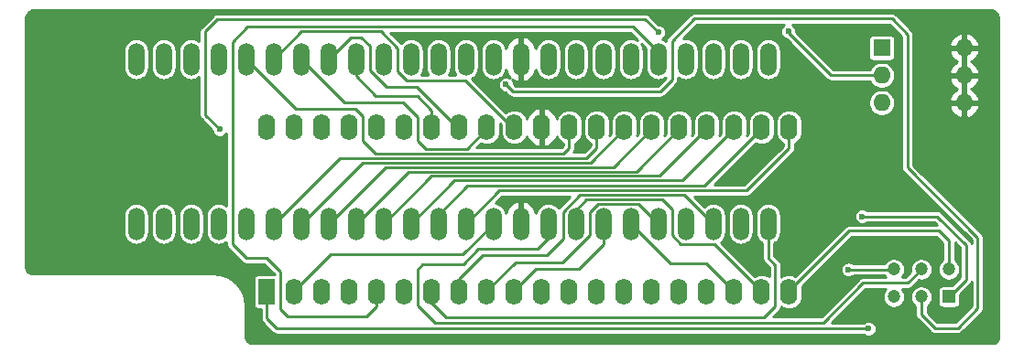
<source format=gbr>
%TF.GenerationSoftware,KiCad,Pcbnew,5.1.10*%
%TF.CreationDate,2022-01-31T09:35:24+01:00*%
%TF.ProjectId,27C160_Adapter,32374331-3630-45f4-9164-61707465722e,1.1SMD*%
%TF.SameCoordinates,Original*%
%TF.FileFunction,Copper,L1,Top*%
%TF.FilePolarity,Positive*%
%FSLAX46Y46*%
G04 Gerber Fmt 4.6, Leading zero omitted, Abs format (unit mm)*
G04 Created by KiCad (PCBNEW 5.1.10) date 2022-01-31 09:35:24*
%MOMM*%
%LPD*%
G01*
G04 APERTURE LIST*
%TA.AperFunction,ComponentPad*%
%ADD10O,1.506220X3.014980*%
%TD*%
%TA.AperFunction,ComponentPad*%
%ADD11O,1.600000X2.400000*%
%TD*%
%TA.AperFunction,ComponentPad*%
%ADD12R,1.600000X2.400000*%
%TD*%
%TA.AperFunction,ComponentPad*%
%ADD13C,1.200000*%
%TD*%
%TA.AperFunction,ComponentPad*%
%ADD14R,1.200000X1.200000*%
%TD*%
%TA.AperFunction,ComponentPad*%
%ADD15O,1.600000X1.600000*%
%TD*%
%TA.AperFunction,ComponentPad*%
%ADD16R,1.600000X1.600000*%
%TD*%
%TA.AperFunction,ViaPad*%
%ADD17C,0.600000*%
%TD*%
%TA.AperFunction,Conductor*%
%ADD18C,0.250000*%
%TD*%
%TA.AperFunction,Conductor*%
%ADD19C,0.254000*%
%TD*%
%TA.AperFunction,Conductor*%
%ADD20C,0.100000*%
%TD*%
G04 APERTURE END LIST*
D10*
%TO.P,ZX1,48*%
%TO.N,N/C*%
X118021100Y-88493600D03*
%TO.P,ZX1,47*%
X120561100Y-88493600D03*
%TO.P,ZX1,46*%
X123101100Y-88493600D03*
%TO.P,ZX1,45*%
%TO.N,/A19*%
X125641100Y-88493600D03*
%TO.P,ZX1,44*%
%TO.N,/A8*%
X128181100Y-88493600D03*
%TO.P,ZX1,43*%
%TO.N,/A9*%
X130721100Y-88493600D03*
%TO.P,ZX1,42*%
%TO.N,/A10*%
X133261100Y-88493600D03*
%TO.P,ZX1,41*%
%TO.N,/A11*%
X135801100Y-88493600D03*
%TO.P,ZX1,40*%
%TO.N,/A12*%
X138341100Y-88493600D03*
%TO.P,ZX1,39*%
%TO.N,/A13*%
X140881100Y-88493600D03*
%TO.P,ZX1,38*%
%TO.N,/A14*%
X143421100Y-88493600D03*
%TO.P,ZX1,37*%
%TO.N,/A15*%
X145961100Y-88493600D03*
%TO.P,ZX1,36*%
%TO.N,/A16*%
X148501100Y-88493600D03*
%TO.P,ZX1,35*%
%TO.N,/N$2*%
X151041100Y-88493600D03*
%TO.P,ZX1,34*%
%TO.N,GND*%
X153581100Y-88493600D03*
%TO.P,ZX1,33*%
%TO.N,/D15*%
X156121100Y-88493600D03*
%TO.P,ZX1,32*%
%TO.N,/D7*%
X158661100Y-88493600D03*
%TO.P,ZX1,31*%
%TO.N,/D14*%
X161201100Y-88493600D03*
%TO.P,ZX1,30*%
%TO.N,/D6*%
X163741100Y-88493600D03*
%TO.P,ZX1,29*%
%TO.N,/D13*%
X166281100Y-88493600D03*
%TO.P,ZX1,28*%
%TO.N,/D5*%
X168821100Y-88493600D03*
%TO.P,ZX1,27*%
%TO.N,/D12*%
X171361100Y-88493600D03*
%TO.P,ZX1,26*%
%TO.N,/D4*%
X173901100Y-88493600D03*
%TO.P,ZX1,25*%
%TO.N,VCC*%
X176441100Y-88493600D03*
%TO.P,ZX1,24*%
%TO.N,/D11*%
X176441100Y-103733600D03*
%TO.P,ZX1,23*%
%TO.N,/D3*%
X173901100Y-103733600D03*
%TO.P,ZX1,22*%
%TO.N,/D10*%
X171361100Y-103733600D03*
%TO.P,ZX1,21*%
%TO.N,/D2*%
X168821100Y-103733600D03*
%TO.P,ZX1,20*%
%TO.N,/D9*%
X166281100Y-103733600D03*
%TO.P,ZX1,19*%
%TO.N,/D1*%
X163741100Y-103733600D03*
%TO.P,ZX1,18*%
%TO.N,/D8*%
X161201100Y-103733600D03*
%TO.P,ZX1,17*%
%TO.N,/D0*%
X158661100Y-103733600D03*
%TO.P,ZX1,16*%
%TO.N,/N$6*%
X156121100Y-103733600D03*
%TO.P,ZX1,15*%
%TO.N,GND*%
X153581100Y-103733600D03*
%TO.P,ZX1,14*%
%TO.N,/E*%
X151041100Y-103733600D03*
%TO.P,ZX1,13*%
%TO.N,/A0*%
X148501100Y-103733600D03*
%TO.P,ZX1,12*%
%TO.N,/A1*%
X145961100Y-103733600D03*
%TO.P,ZX1,11*%
%TO.N,/A2*%
X143421100Y-103733600D03*
%TO.P,ZX1,10*%
%TO.N,/A3*%
X140881100Y-103733600D03*
%TO.P,ZX1,9*%
%TO.N,/A4*%
X138341100Y-103733600D03*
%TO.P,ZX1,8*%
%TO.N,/A5*%
X135801100Y-103733600D03*
%TO.P,ZX1,7*%
%TO.N,/A6*%
X133261100Y-103733600D03*
%TO.P,ZX1,6*%
%TO.N,/A7*%
X130721100Y-103733600D03*
%TO.P,ZX1,5*%
%TO.N,/A17*%
X128181100Y-103733600D03*
%TO.P,ZX1,4*%
%TO.N,/A18*%
X125641100Y-103733600D03*
%TO.P,ZX1,3*%
%TO.N,N/C*%
X123101100Y-103733600D03*
%TO.P,ZX1,2*%
X120561100Y-103733600D03*
%TO.P,ZX1,1*%
X118021100Y-103733600D03*
%TD*%
D11*
%TO.P,U1,40*%
%TO.N,VCC*%
X130110000Y-94790000D03*
%TO.P,U1,20*%
%TO.N,/N$5*%
X178370000Y-110030000D03*
%TO.P,U1,39*%
%TO.N,/A17*%
X132650000Y-94790000D03*
%TO.P,U1,19*%
%TO.N,/D0*%
X175830000Y-110030000D03*
%TO.P,U1,38*%
%TO.N,/A16*%
X135190000Y-94790000D03*
%TO.P,U1,18*%
%TO.N,/D1*%
X173290000Y-110030000D03*
%TO.P,U1,37*%
%TO.N,/A15*%
X137730000Y-94790000D03*
%TO.P,U1,17*%
%TO.N,/D2*%
X170750000Y-110030000D03*
%TO.P,U1,36*%
%TO.N,/A14*%
X140270000Y-94790000D03*
%TO.P,U1,16*%
%TO.N,/D3*%
X168210000Y-110030000D03*
%TO.P,U1,35*%
%TO.N,/A13*%
X142810000Y-94790000D03*
%TO.P,U1,15*%
%TO.N,/D4*%
X165670000Y-110030000D03*
%TO.P,U1,34*%
%TO.N,/A12*%
X145350000Y-94790000D03*
%TO.P,U1,14*%
%TO.N,/D5*%
X163130000Y-110030000D03*
%TO.P,U1,33*%
%TO.N,/A11*%
X147890000Y-94790000D03*
%TO.P,U1,13*%
%TO.N,/D6*%
X160590000Y-110030000D03*
%TO.P,U1,32*%
%TO.N,/A10*%
X150430000Y-94790000D03*
%TO.P,U1,12*%
%TO.N,/D7*%
X158050000Y-110030000D03*
%TO.P,U1,31*%
%TO.N,/A9*%
X152970000Y-94790000D03*
%TO.P,U1,11*%
%TO.N,GND*%
X155510000Y-110030000D03*
%TO.P,U1,30*%
X155510000Y-94790000D03*
%TO.P,U1,10*%
%TO.N,/D8*%
X152970000Y-110030000D03*
%TO.P,U1,29*%
%TO.N,/A8*%
X158050000Y-94790000D03*
%TO.P,U1,9*%
%TO.N,/D9*%
X150430000Y-110030000D03*
%TO.P,U1,28*%
%TO.N,/A7*%
X160590000Y-94790000D03*
%TO.P,U1,8*%
%TO.N,/D10*%
X147890000Y-110030000D03*
%TO.P,U1,27*%
%TO.N,/A6*%
X163130000Y-94790000D03*
%TO.P,U1,7*%
%TO.N,/D11*%
X145350000Y-110030000D03*
%TO.P,U1,26*%
%TO.N,/A5*%
X165670000Y-94790000D03*
%TO.P,U1,6*%
%TO.N,/D12*%
X142810000Y-110030000D03*
%TO.P,U1,25*%
%TO.N,/A4*%
X168210000Y-94790000D03*
%TO.P,U1,5*%
%TO.N,/D13*%
X140270000Y-110030000D03*
%TO.P,U1,24*%
%TO.N,/A3*%
X170750000Y-94790000D03*
%TO.P,U1,4*%
%TO.N,/D14*%
X137730000Y-110030000D03*
%TO.P,U1,23*%
%TO.N,/A2*%
X173290000Y-94790000D03*
%TO.P,U1,3*%
%TO.N,/D15*%
X135190000Y-110030000D03*
%TO.P,U1,22*%
%TO.N,/A1*%
X175830000Y-94790000D03*
%TO.P,U1,2*%
%TO.N,/E*%
X132650000Y-110030000D03*
%TO.P,U1,21*%
%TO.N,/A0*%
X178370000Y-94790000D03*
D12*
%TO.P,U1,1*%
%TO.N,/VPP*%
X130110000Y-110030000D03*
%TD*%
D13*
%TO.P,SW1,6*%
%TO.N,/N$4*%
X188060000Y-107940000D03*
%TO.P,SW1,3*%
%TO.N,/A20*%
X188060000Y-110480000D03*
%TO.P,SW1,5*%
%TO.N,/N$6*%
X190600000Y-107940000D03*
%TO.P,SW1,2*%
%TO.N,/N$2*%
X190600000Y-110480000D03*
%TO.P,SW1,4*%
%TO.N,/N$5*%
X193140000Y-107940000D03*
D14*
%TO.P,SW1,1*%
%TO.N,/VPP*%
X193140000Y-110480000D03*
%TD*%
D15*
%TO.P,SW2,6*%
%TO.N,GND*%
X194560000Y-87440000D03*
%TO.P,SW2,3*%
%TO.N,/A18*%
X186940000Y-92520000D03*
%TO.P,SW2,5*%
%TO.N,GND*%
X194560000Y-89980000D03*
%TO.P,SW2,2*%
%TO.N,/A19*%
X186940000Y-89980000D03*
%TO.P,SW2,4*%
%TO.N,GND*%
X194560000Y-92520000D03*
D16*
%TO.P,SW2,1*%
%TO.N,/A20*%
X186940000Y-87440000D03*
%TD*%
D17*
%TO.N,GND*%
X110470000Y-88420000D03*
X110500000Y-103650000D03*
X178320000Y-91840000D03*
%TO.N,VCC*%
X166270000Y-85990000D03*
X125740000Y-94980000D03*
%TO.N,/N$4*%
X183870000Y-107980000D03*
%TO.N,/VPP*%
X185720000Y-113440000D03*
X185130000Y-103040000D03*
%TO.N,/A19*%
X178300000Y-85930000D03*
%TO.N,/N$2*%
X152200000Y-90830000D03*
%TD*%
D18*
%TO.N,VCC*%
X166270000Y-85990000D02*
X165080000Y-84800000D01*
X165080000Y-84800000D02*
X125530000Y-84800000D01*
X125530000Y-84800000D02*
X124400000Y-85930000D01*
X124400000Y-93640000D02*
X125740000Y-94980000D01*
X124400000Y-85930000D02*
X124400000Y-93640000D01*
%TO.N,/N$4*%
X188040000Y-107980000D02*
X188070000Y-107950000D01*
X183870000Y-107980000D02*
X188040000Y-107980000D01*
%TO.N,/VPP*%
X185720000Y-113440000D02*
X131030000Y-113440000D01*
X130086100Y-112496100D02*
X130086100Y-109958600D01*
X131030000Y-113440000D02*
X130086100Y-112496100D01*
X185130000Y-103040000D02*
X192060000Y-103040000D01*
X192060000Y-103040000D02*
X194740000Y-105720000D01*
X194740000Y-108900000D02*
X193150000Y-110490000D01*
X194740000Y-105720000D02*
X194740000Y-108900000D01*
%TO.N,/A19*%
X186940000Y-89980000D02*
X182250000Y-89980000D01*
X178300000Y-86030000D02*
X178300000Y-85930000D01*
X182250000Y-89980000D02*
X178300000Y-86030000D01*
%TO.N,/N$2*%
X190610000Y-112160000D02*
X190610000Y-110490000D01*
X167550000Y-90410000D02*
X167550000Y-86820000D01*
X152870000Y-91500000D02*
X166460000Y-91500000D01*
X167550000Y-86820000D02*
X169627401Y-84742599D01*
X195800000Y-105010000D02*
X195800000Y-111550000D01*
X193960000Y-113390000D02*
X191840000Y-113390000D01*
X169627401Y-84742599D02*
X187872599Y-84742599D01*
X152200000Y-90830000D02*
X152870000Y-91500000D01*
X187872599Y-84742599D02*
X189320000Y-86190000D01*
X189320000Y-86190000D02*
X189320000Y-98530000D01*
X189320000Y-98530000D02*
X195800000Y-105010000D01*
X195800000Y-111550000D02*
X193960000Y-113390000D01*
X166460000Y-91500000D02*
X167550000Y-90410000D01*
X191840000Y-113390000D02*
X190610000Y-112160000D01*
%TO.N,/N$6*%
X189350000Y-109210000D02*
X190610000Y-107950000D01*
X145620000Y-112870000D02*
X181570000Y-112870000D01*
X185230000Y-109210000D02*
X189350000Y-109210000D01*
X148260000Y-107480000D02*
X144480000Y-107480000D01*
X144010000Y-111260000D02*
X145620000Y-112870000D01*
X149670000Y-106070000D02*
X148260000Y-107480000D01*
X181570000Y-112870000D02*
X185230000Y-109210000D01*
X155100000Y-106070000D02*
X149670000Y-106070000D01*
X144010000Y-107950000D02*
X144010000Y-111260000D01*
X156121100Y-105048900D02*
X155100000Y-106070000D01*
X144480000Y-107480000D02*
X144010000Y-107950000D01*
X156121100Y-103733600D02*
X156121100Y-105048900D01*
%TO.N,/N$5*%
X193150000Y-107950000D02*
X193150000Y-105320000D01*
X193150000Y-105320000D02*
X192190000Y-104360000D01*
X183944700Y-104360000D02*
X178346100Y-109958600D01*
X192190000Y-104360000D02*
X183944700Y-104360000D01*
%TO.N,/E*%
X151041100Y-103733600D02*
X148223600Y-106551100D01*
X148223600Y-106551100D02*
X136033600Y-106551100D01*
X136033600Y-106551100D02*
X132626100Y-109958600D01*
%TO.N,/D13*%
X166281100Y-88493600D02*
X166281100Y-87858600D01*
X166281100Y-87858600D02*
X163912500Y-85490000D01*
X128327200Y-85490000D02*
X126911100Y-86906100D01*
X126911100Y-86906100D02*
X126911100Y-105638600D01*
X126911100Y-105638600D02*
X128181100Y-106908600D01*
X128181100Y-106908600D02*
X130086100Y-106908600D01*
X130086100Y-106908600D02*
X131356100Y-108178600D01*
X131356100Y-108178600D02*
X131356100Y-111671100D01*
X131356100Y-111671100D02*
X131991100Y-112306100D01*
X131991100Y-112306100D02*
X139293600Y-112306100D01*
X139293600Y-112306100D02*
X140246100Y-111353600D01*
X140246100Y-111353600D02*
X140246100Y-109958600D01*
X163912500Y-85490000D02*
X128327200Y-85490000D01*
%TO.N,/D11*%
X176441100Y-103733600D02*
X176441100Y-106908600D01*
X176441100Y-106908600D02*
X177076100Y-107543600D01*
X177076100Y-107543600D02*
X177076100Y-111353600D01*
X145326100Y-111036100D02*
X145326100Y-109958600D01*
X146650000Y-112360000D02*
X145326100Y-111036100D01*
X176069700Y-112360000D02*
X146650000Y-112360000D01*
X177076100Y-111353600D02*
X176069700Y-112360000D01*
%TO.N,/D10*%
X147866100Y-108813600D02*
X147866100Y-109958600D01*
X150058600Y-106621100D02*
X147866100Y-108813600D01*
X155971500Y-106621100D02*
X150058600Y-106621100D01*
X157481700Y-105110900D02*
X155971500Y-106621100D01*
X157481700Y-102642300D02*
X157481700Y-105110900D01*
X159054000Y-101070000D02*
X157481700Y-102642300D01*
X168697500Y-101070000D02*
X159054000Y-101070000D01*
X171361100Y-103733600D02*
X168697500Y-101070000D01*
%TO.N,/D9*%
X157440700Y-107280500D02*
X153084200Y-107280500D01*
X159950000Y-104771200D02*
X157440700Y-107280500D01*
X159950000Y-102640100D02*
X159950000Y-104771200D01*
X160680100Y-101910000D02*
X159950000Y-102640100D01*
X164457500Y-101910000D02*
X160680100Y-101910000D01*
X153084200Y-107280500D02*
X150406100Y-109958600D01*
X166281100Y-103733600D02*
X164457500Y-101910000D01*
%TO.N,/D8*%
X158938600Y-107901100D02*
X155003600Y-107901100D01*
X155003600Y-107901100D02*
X152946100Y-109958600D01*
X158938600Y-107901100D02*
X161201100Y-105638600D01*
X161201100Y-105638600D02*
X161201100Y-103733600D01*
%TO.N,/D1*%
X163741100Y-103733600D02*
X167400800Y-107393300D01*
X167400800Y-107393300D02*
X170700800Y-107393300D01*
X170700800Y-107393300D02*
X173266100Y-109958600D01*
%TO.N,/D0*%
X168374500Y-105629900D02*
X171477400Y-105629900D01*
X167551100Y-104806500D02*
X168374500Y-105629900D01*
X167551100Y-102377300D02*
X167551100Y-104806500D01*
X166673800Y-101500000D02*
X167551100Y-102377300D01*
X159624700Y-101500000D02*
X166673800Y-101500000D01*
X171477400Y-105629900D02*
X175806100Y-109958600D01*
X158661100Y-102463600D02*
X159624700Y-101500000D01*
X158661100Y-103733600D02*
X158661100Y-102463600D01*
%TO.N,/A0*%
X178346100Y-96753900D02*
X178346100Y-94968600D01*
X174440000Y-100660000D02*
X178346100Y-96753900D01*
X151574700Y-100660000D02*
X174440000Y-100660000D01*
X148501100Y-103733600D02*
X151574700Y-100660000D01*
%TO.N,/A1*%
X145961100Y-103733600D02*
X145961100Y-103428900D01*
X170534700Y-100240000D02*
X175806100Y-94968600D01*
X145961100Y-103733600D02*
X145961100Y-102888900D01*
X148610000Y-100240000D02*
X149990000Y-100240000D01*
X145961100Y-102888900D02*
X148610000Y-100240000D01*
X149990000Y-100240000D02*
X170534700Y-100240000D01*
X149810000Y-100240000D02*
X149990000Y-100240000D01*
%TO.N,/A2*%
X168504700Y-99730000D02*
X173266100Y-94968600D01*
X147424700Y-99730000D02*
X168504700Y-99730000D01*
X143421100Y-103733600D02*
X147424700Y-99730000D01*
%TO.N,/A3*%
X145314700Y-99300000D02*
X166394700Y-99300000D01*
X166394700Y-99300000D02*
X170726100Y-94968600D01*
X140881100Y-103733600D02*
X145314700Y-99300000D01*
%TO.N,/A4*%
X164262289Y-98892411D02*
X168186100Y-94968600D01*
X138341100Y-103733600D02*
X143182289Y-98892411D01*
X143182289Y-98892411D02*
X164262289Y-98892411D01*
%TO.N,/A5*%
X162124700Y-98490000D02*
X165646100Y-94968600D01*
X141044700Y-98490000D02*
X162124700Y-98490000D01*
X135801100Y-103733600D02*
X141044700Y-98490000D01*
%TO.N,/A6*%
X160004700Y-98070000D02*
X138924700Y-98070000D01*
X138924700Y-98070000D02*
X133261100Y-103733600D01*
X163106100Y-94968600D02*
X160004700Y-98070000D01*
%TO.N,/A7*%
X159654700Y-97630000D02*
X136824700Y-97630000D01*
X160566100Y-96718600D02*
X159654700Y-97630000D01*
X136824700Y-97630000D02*
X130721100Y-103733600D01*
X160566100Y-94968600D02*
X160566100Y-96718600D01*
%TO.N,/A8*%
X157532289Y-97212411D02*
X158026100Y-96718600D01*
X140116100Y-97200000D02*
X148718973Y-97200000D01*
X158026100Y-96718600D02*
X158026100Y-94968600D01*
X148718973Y-97200000D02*
X148731384Y-97212411D01*
X138976100Y-93766100D02*
X138976100Y-96066100D01*
X128181100Y-88493600D02*
X132783300Y-93095800D01*
X138976100Y-96066100D02*
X138982200Y-96066100D01*
X148731384Y-97212411D02*
X157532289Y-97212411D01*
X132783300Y-93095800D02*
X138305800Y-93095800D01*
X138982200Y-96066100D02*
X140116100Y-97200000D01*
X138305800Y-93095800D02*
X138976100Y-93766100D01*
%TO.N,/A9*%
X148457500Y-90480000D02*
X152946100Y-94968600D01*
X143060000Y-90480000D02*
X148457500Y-90480000D01*
X142220000Y-89640000D02*
X143060000Y-90480000D01*
X142220000Y-87533700D02*
X142220000Y-89640000D01*
X140616300Y-85930000D02*
X142220000Y-87533700D01*
X133284700Y-85930000D02*
X140616300Y-85930000D01*
X130721100Y-88493600D02*
X133284700Y-85930000D01*
%TO.N,/A10*%
X148577111Y-96797589D02*
X150406100Y-94968600D01*
X144807589Y-96797589D02*
X148577111Y-96797589D01*
X133261100Y-88493600D02*
X137267100Y-92499600D01*
X144056100Y-93836100D02*
X144056100Y-96046100D01*
X142719600Y-92499600D02*
X144056100Y-93836100D01*
X137267100Y-92499600D02*
X142719600Y-92499600D01*
X144056100Y-96046100D02*
X144807589Y-96797589D01*
%TO.N,/A11*%
X143957500Y-91060000D02*
X147866100Y-94968600D01*
X141162100Y-91060000D02*
X143957500Y-91060000D01*
X139620000Y-89517900D02*
X141162100Y-91060000D01*
X139620000Y-87260000D02*
X139620000Y-89517900D01*
X138820000Y-86460000D02*
X139620000Y-87260000D01*
X137834700Y-86460000D02*
X138820000Y-86460000D01*
X135801100Y-88493600D02*
X137834700Y-86460000D01*
%TO.N,/A12*%
X145326100Y-94936200D02*
X145326100Y-94968600D01*
X145326100Y-93218600D02*
X145326100Y-94968600D01*
X144007500Y-91900000D02*
X145326100Y-93218600D01*
X138341100Y-90081100D02*
X140160000Y-91900000D01*
X140160000Y-91900000D02*
X144007500Y-91900000D01*
X138341100Y-88493600D02*
X138341100Y-90081100D01*
%TD*%
D19*
%TO.N,GND*%
X197116704Y-83957988D02*
X197259744Y-84001175D01*
X197391672Y-84071321D01*
X197507463Y-84165758D01*
X197602704Y-84280884D01*
X197673773Y-84412323D01*
X197717956Y-84555056D01*
X197736000Y-84726737D01*
X197736001Y-114124440D01*
X197721431Y-114273036D01*
X197685408Y-114392350D01*
X197626898Y-114502391D01*
X197548127Y-114598974D01*
X197452094Y-114678419D01*
X197342467Y-114737694D01*
X197223405Y-114774550D01*
X197076407Y-114790000D01*
X128802549Y-114790000D01*
X128653964Y-114775431D01*
X128534650Y-114739408D01*
X128424609Y-114680898D01*
X128328026Y-114602127D01*
X128248581Y-114506094D01*
X128189306Y-114396467D01*
X128152450Y-114277405D01*
X128136967Y-114130089D01*
X128131955Y-111294460D01*
X128129766Y-111272630D01*
X128129874Y-111257188D01*
X128129190Y-111250212D01*
X128078597Y-110768854D01*
X128069454Y-110724315D01*
X128060923Y-110679592D01*
X128058897Y-110672882D01*
X127915771Y-110210516D01*
X127898154Y-110168607D01*
X127881095Y-110126386D01*
X127877804Y-110120197D01*
X127647596Y-109694438D01*
X127622165Y-109656736D01*
X127597241Y-109618647D01*
X127592811Y-109613215D01*
X127284291Y-109240278D01*
X127252004Y-109208216D01*
X127220173Y-109175711D01*
X127214772Y-109171243D01*
X126839690Y-108865333D01*
X126801819Y-108840172D01*
X126764252Y-108814449D01*
X126758086Y-108811115D01*
X126330730Y-108583886D01*
X126288695Y-108566561D01*
X126246845Y-108548624D01*
X126240149Y-108546552D01*
X125776795Y-108406657D01*
X125732175Y-108397822D01*
X125687658Y-108388360D01*
X125680687Y-108387627D01*
X125198986Y-108340396D01*
X125198977Y-108340396D01*
X125174683Y-108338002D01*
X108482569Y-108337002D01*
X108333964Y-108322431D01*
X108214650Y-108286408D01*
X108104609Y-108227898D01*
X108008026Y-108149127D01*
X107928581Y-108053094D01*
X107869306Y-107943467D01*
X107832450Y-107824405D01*
X107817000Y-107677407D01*
X107817000Y-102921245D01*
X116840990Y-102921245D01*
X116840990Y-104545954D01*
X116858065Y-104719321D01*
X116925545Y-104941773D01*
X117035127Y-105146785D01*
X117182599Y-105326481D01*
X117362294Y-105473953D01*
X117567306Y-105583535D01*
X117789758Y-105651015D01*
X118021100Y-105673800D01*
X118252441Y-105651015D01*
X118474893Y-105583535D01*
X118679905Y-105473953D01*
X118859601Y-105326481D01*
X119007073Y-105146786D01*
X119116655Y-104941774D01*
X119184135Y-104719322D01*
X119201210Y-104545955D01*
X119201210Y-102921245D01*
X119380990Y-102921245D01*
X119380990Y-104545954D01*
X119398065Y-104719321D01*
X119465545Y-104941773D01*
X119575127Y-105146785D01*
X119722599Y-105326481D01*
X119902294Y-105473953D01*
X120107306Y-105583535D01*
X120329758Y-105651015D01*
X120561100Y-105673800D01*
X120792441Y-105651015D01*
X121014893Y-105583535D01*
X121219905Y-105473953D01*
X121399601Y-105326481D01*
X121547073Y-105146786D01*
X121656655Y-104941774D01*
X121724135Y-104719322D01*
X121741210Y-104545955D01*
X121741210Y-102921245D01*
X121920990Y-102921245D01*
X121920990Y-104545954D01*
X121938065Y-104719321D01*
X122005545Y-104941773D01*
X122115127Y-105146785D01*
X122262599Y-105326481D01*
X122442294Y-105473953D01*
X122647306Y-105583535D01*
X122869758Y-105651015D01*
X123101100Y-105673800D01*
X123332441Y-105651015D01*
X123554893Y-105583535D01*
X123759905Y-105473953D01*
X123939601Y-105326481D01*
X124087073Y-105146786D01*
X124196655Y-104941774D01*
X124264135Y-104719322D01*
X124281210Y-104545955D01*
X124281210Y-102921245D01*
X124264135Y-102747878D01*
X124196655Y-102525426D01*
X124087073Y-102320414D01*
X123939601Y-102140719D01*
X123759906Y-101993247D01*
X123554894Y-101883665D01*
X123332442Y-101816185D01*
X123101100Y-101793400D01*
X122869759Y-101816185D01*
X122647307Y-101883665D01*
X122442295Y-101993247D01*
X122262600Y-102140719D01*
X122115128Y-102320414D01*
X122005546Y-102525426D01*
X121938065Y-102747878D01*
X121920990Y-102921245D01*
X121741210Y-102921245D01*
X121724135Y-102747878D01*
X121656655Y-102525426D01*
X121547073Y-102320414D01*
X121399601Y-102140719D01*
X121219906Y-101993247D01*
X121014894Y-101883665D01*
X120792442Y-101816185D01*
X120561100Y-101793400D01*
X120329759Y-101816185D01*
X120107307Y-101883665D01*
X119902295Y-101993247D01*
X119722600Y-102140719D01*
X119575128Y-102320414D01*
X119465546Y-102525426D01*
X119398065Y-102747878D01*
X119380990Y-102921245D01*
X119201210Y-102921245D01*
X119184135Y-102747878D01*
X119116655Y-102525426D01*
X119007073Y-102320414D01*
X118859601Y-102140719D01*
X118679906Y-101993247D01*
X118474894Y-101883665D01*
X118252442Y-101816185D01*
X118021100Y-101793400D01*
X117789759Y-101816185D01*
X117567307Y-101883665D01*
X117362295Y-101993247D01*
X117182600Y-102140719D01*
X117035128Y-102320414D01*
X116925546Y-102525426D01*
X116858065Y-102747878D01*
X116840990Y-102921245D01*
X107817000Y-102921245D01*
X107817000Y-87681245D01*
X116840990Y-87681245D01*
X116840990Y-89305954D01*
X116858065Y-89479321D01*
X116925545Y-89701773D01*
X117035127Y-89906785D01*
X117182599Y-90086481D01*
X117362294Y-90233953D01*
X117567306Y-90343535D01*
X117789758Y-90411015D01*
X118021100Y-90433800D01*
X118252441Y-90411015D01*
X118474893Y-90343535D01*
X118679905Y-90233953D01*
X118859601Y-90086481D01*
X119007073Y-89906786D01*
X119116655Y-89701774D01*
X119184135Y-89479322D01*
X119201210Y-89305955D01*
X119201210Y-87681245D01*
X119380990Y-87681245D01*
X119380990Y-89305954D01*
X119398065Y-89479321D01*
X119465545Y-89701773D01*
X119575127Y-89906785D01*
X119722599Y-90086481D01*
X119902294Y-90233953D01*
X120107306Y-90343535D01*
X120329758Y-90411015D01*
X120561100Y-90433800D01*
X120792441Y-90411015D01*
X121014893Y-90343535D01*
X121219905Y-90233953D01*
X121399601Y-90086481D01*
X121547073Y-89906786D01*
X121656655Y-89701774D01*
X121724135Y-89479322D01*
X121741210Y-89305955D01*
X121741210Y-87681245D01*
X121920990Y-87681245D01*
X121920990Y-89305954D01*
X121938065Y-89479321D01*
X122005545Y-89701773D01*
X122115127Y-89906785D01*
X122262599Y-90086481D01*
X122442294Y-90233953D01*
X122647306Y-90343535D01*
X122869758Y-90411015D01*
X123101100Y-90433800D01*
X123332441Y-90411015D01*
X123554893Y-90343535D01*
X123759905Y-90233953D01*
X123848001Y-90161655D01*
X123848001Y-93612884D01*
X123845330Y-93640000D01*
X123855989Y-93748210D01*
X123887552Y-93852262D01*
X123936753Y-93944310D01*
X123938810Y-93948158D01*
X124007790Y-94032211D01*
X124028852Y-94049496D01*
X125013000Y-95033645D01*
X125013000Y-95051603D01*
X125040938Y-95192058D01*
X125095741Y-95324364D01*
X125175302Y-95443436D01*
X125276564Y-95544698D01*
X125395636Y-95624259D01*
X125527942Y-95679062D01*
X125668397Y-95707000D01*
X125811603Y-95707000D01*
X125952058Y-95679062D01*
X126084364Y-95624259D01*
X126203436Y-95544698D01*
X126304698Y-95443436D01*
X126359100Y-95362017D01*
X126359101Y-102041827D01*
X126299906Y-101993247D01*
X126094894Y-101883665D01*
X125872442Y-101816185D01*
X125641100Y-101793400D01*
X125409759Y-101816185D01*
X125187307Y-101883665D01*
X124982295Y-101993247D01*
X124802600Y-102140719D01*
X124655128Y-102320414D01*
X124545546Y-102525426D01*
X124478065Y-102747878D01*
X124460990Y-102921245D01*
X124460990Y-104545954D01*
X124478065Y-104719321D01*
X124545545Y-104941773D01*
X124655127Y-105146785D01*
X124802599Y-105326481D01*
X124982294Y-105473953D01*
X125187306Y-105583535D01*
X125409758Y-105651015D01*
X125641100Y-105673800D01*
X125872441Y-105651015D01*
X126094893Y-105583535D01*
X126299905Y-105473953D01*
X126359101Y-105425372D01*
X126359101Y-105611484D01*
X126356430Y-105638600D01*
X126367089Y-105746810D01*
X126398652Y-105850862D01*
X126449909Y-105946757D01*
X126449910Y-105946758D01*
X126518890Y-106030811D01*
X126539952Y-106048096D01*
X127771607Y-107279753D01*
X127788889Y-107300811D01*
X127809945Y-107318091D01*
X127872941Y-107369791D01*
X127916922Y-107393299D01*
X127968837Y-107421048D01*
X128072889Y-107452612D01*
X128153991Y-107460600D01*
X128154001Y-107460600D01*
X128181099Y-107463269D01*
X128208197Y-107460600D01*
X129857456Y-107460600D01*
X130797788Y-108400934D01*
X129310000Y-108400934D01*
X129226293Y-108409178D01*
X129145804Y-108433595D01*
X129071624Y-108473245D01*
X129006605Y-108526605D01*
X128953245Y-108591624D01*
X128913595Y-108665804D01*
X128889178Y-108746293D01*
X128880934Y-108830000D01*
X128880934Y-111230000D01*
X128889178Y-111313707D01*
X128913595Y-111394196D01*
X128953245Y-111468376D01*
X129006605Y-111533395D01*
X129071624Y-111586755D01*
X129145804Y-111626405D01*
X129226293Y-111650822D01*
X129310000Y-111659066D01*
X129534100Y-111659066D01*
X129534100Y-112468994D01*
X129531430Y-112496100D01*
X129534100Y-112523206D01*
X129534100Y-112523208D01*
X129542088Y-112604310D01*
X129573652Y-112708362D01*
X129624909Y-112804258D01*
X129693889Y-112888311D01*
X129714956Y-112905600D01*
X130620508Y-113811154D01*
X130637789Y-113832211D01*
X130721842Y-113901191D01*
X130817737Y-113952448D01*
X130921789Y-113984012D01*
X131002891Y-113992000D01*
X131002901Y-113992000D01*
X131029999Y-113994669D01*
X131057097Y-113992000D01*
X185243866Y-113992000D01*
X185256564Y-114004698D01*
X185375636Y-114084259D01*
X185507942Y-114139062D01*
X185648397Y-114167000D01*
X185791603Y-114167000D01*
X185932058Y-114139062D01*
X186064364Y-114084259D01*
X186183436Y-114004698D01*
X186284698Y-113903436D01*
X186364259Y-113784364D01*
X186419062Y-113652058D01*
X186447000Y-113511603D01*
X186447000Y-113368397D01*
X186419062Y-113227942D01*
X186364259Y-113095636D01*
X186284698Y-112976564D01*
X186183436Y-112875302D01*
X186064364Y-112795741D01*
X185932058Y-112740938D01*
X185791603Y-112713000D01*
X185648397Y-112713000D01*
X185507942Y-112740938D01*
X185375636Y-112795741D01*
X185256564Y-112875302D01*
X185243866Y-112888000D01*
X182332644Y-112888000D01*
X185458646Y-109762000D01*
X187325603Y-109762000D01*
X187262277Y-109825326D01*
X187149885Y-109993533D01*
X187072467Y-110180435D01*
X187033000Y-110378849D01*
X187033000Y-110581151D01*
X187072467Y-110779565D01*
X187149885Y-110966467D01*
X187262277Y-111134674D01*
X187405326Y-111277723D01*
X187573533Y-111390115D01*
X187760435Y-111467533D01*
X187958849Y-111507000D01*
X188161151Y-111507000D01*
X188359565Y-111467533D01*
X188546467Y-111390115D01*
X188714674Y-111277723D01*
X188857723Y-111134674D01*
X188970115Y-110966467D01*
X189047533Y-110779565D01*
X189087000Y-110581151D01*
X189087000Y-110378849D01*
X189047533Y-110180435D01*
X188970115Y-109993533D01*
X188857723Y-109825326D01*
X188794397Y-109762000D01*
X189322894Y-109762000D01*
X189350000Y-109764670D01*
X189377106Y-109762000D01*
X189377109Y-109762000D01*
X189458211Y-109754012D01*
X189562263Y-109722448D01*
X189658158Y-109671191D01*
X189742211Y-109602211D01*
X189759500Y-109581144D01*
X190394418Y-108946227D01*
X190498849Y-108967000D01*
X190701151Y-108967000D01*
X190899565Y-108927533D01*
X191086467Y-108850115D01*
X191254674Y-108737723D01*
X191397723Y-108594674D01*
X191510115Y-108426467D01*
X191587533Y-108239565D01*
X191627000Y-108041151D01*
X191627000Y-107838849D01*
X191587533Y-107640435D01*
X191510115Y-107453533D01*
X191397723Y-107285326D01*
X191254674Y-107142277D01*
X191086467Y-107029885D01*
X190899565Y-106952467D01*
X190701151Y-106913000D01*
X190498849Y-106913000D01*
X190300435Y-106952467D01*
X190113533Y-107029885D01*
X189945326Y-107142277D01*
X189802277Y-107285326D01*
X189689885Y-107453533D01*
X189612467Y-107640435D01*
X189573000Y-107838849D01*
X189573000Y-108041151D01*
X189600409Y-108178946D01*
X189121356Y-108658000D01*
X188794397Y-108658000D01*
X188857723Y-108594674D01*
X188970115Y-108426467D01*
X189047533Y-108239565D01*
X189087000Y-108041151D01*
X189087000Y-107838849D01*
X189047533Y-107640435D01*
X188970115Y-107453533D01*
X188857723Y-107285326D01*
X188714674Y-107142277D01*
X188546467Y-107029885D01*
X188359565Y-106952467D01*
X188161151Y-106913000D01*
X187958849Y-106913000D01*
X187760435Y-106952467D01*
X187573533Y-107029885D01*
X187405326Y-107142277D01*
X187262277Y-107285326D01*
X187166946Y-107428000D01*
X184346134Y-107428000D01*
X184333436Y-107415302D01*
X184214364Y-107335741D01*
X184082058Y-107280938D01*
X183941603Y-107253000D01*
X183798397Y-107253000D01*
X183657942Y-107280938D01*
X183525636Y-107335741D01*
X183406564Y-107415302D01*
X183305302Y-107516564D01*
X183225741Y-107635636D01*
X183170938Y-107767942D01*
X183143000Y-107908397D01*
X183143000Y-108051603D01*
X183170938Y-108192058D01*
X183225741Y-108324364D01*
X183305302Y-108443436D01*
X183406564Y-108544698D01*
X183525636Y-108624259D01*
X183657942Y-108679062D01*
X183798397Y-108707000D01*
X183941603Y-108707000D01*
X184082058Y-108679062D01*
X184214364Y-108624259D01*
X184333436Y-108544698D01*
X184346134Y-108532000D01*
X187220400Y-108532000D01*
X187262277Y-108594674D01*
X187325603Y-108658000D01*
X185257108Y-108658000D01*
X185230000Y-108655330D01*
X185121789Y-108665988D01*
X185017737Y-108697552D01*
X184921842Y-108748809D01*
X184891415Y-108773780D01*
X184837789Y-108817789D01*
X184820508Y-108838846D01*
X181341356Y-112318000D01*
X176892345Y-112318000D01*
X177447254Y-111763092D01*
X177468311Y-111745811D01*
X177537291Y-111661758D01*
X177588548Y-111565863D01*
X177620112Y-111461811D01*
X177625573Y-111406364D01*
X177685018Y-111455149D01*
X177898177Y-111569084D01*
X178129467Y-111639245D01*
X178370000Y-111662936D01*
X178610534Y-111639245D01*
X178841824Y-111569084D01*
X179054983Y-111455149D01*
X179241817Y-111301817D01*
X179395149Y-111114983D01*
X179509084Y-110901824D01*
X179579245Y-110670533D01*
X179597000Y-110490267D01*
X179597000Y-109569732D01*
X179589703Y-109495642D01*
X184173346Y-104912000D01*
X191961356Y-104912000D01*
X192598001Y-105548646D01*
X192598000Y-107066991D01*
X192485326Y-107142277D01*
X192342277Y-107285326D01*
X192229885Y-107453533D01*
X192152467Y-107640435D01*
X192113000Y-107838849D01*
X192113000Y-108041151D01*
X192152467Y-108239565D01*
X192229885Y-108426467D01*
X192342277Y-108594674D01*
X192485326Y-108737723D01*
X192653533Y-108850115D01*
X192840435Y-108927533D01*
X193038849Y-108967000D01*
X193241151Y-108967000D01*
X193439565Y-108927533D01*
X193626467Y-108850115D01*
X193794674Y-108737723D01*
X193937723Y-108594674D01*
X194050115Y-108426467D01*
X194127533Y-108239565D01*
X194167000Y-108041151D01*
X194167000Y-107838849D01*
X194127533Y-107640435D01*
X194050115Y-107453533D01*
X193937723Y-107285326D01*
X193794674Y-107142277D01*
X193702000Y-107080354D01*
X193702000Y-105462646D01*
X194188000Y-105948646D01*
X194188001Y-108671353D01*
X193408421Y-109450934D01*
X192540000Y-109450934D01*
X192456293Y-109459178D01*
X192375804Y-109483595D01*
X192301624Y-109523245D01*
X192236605Y-109576605D01*
X192183245Y-109641624D01*
X192143595Y-109715804D01*
X192119178Y-109796293D01*
X192110934Y-109880000D01*
X192110934Y-111080000D01*
X192119178Y-111163707D01*
X192143595Y-111244196D01*
X192183245Y-111318376D01*
X192236605Y-111383395D01*
X192301624Y-111436755D01*
X192375804Y-111476405D01*
X192456293Y-111500822D01*
X192540000Y-111509066D01*
X193740000Y-111509066D01*
X193823707Y-111500822D01*
X193904196Y-111476405D01*
X193978376Y-111436755D01*
X194043395Y-111383395D01*
X194096755Y-111318376D01*
X194136405Y-111244196D01*
X194160822Y-111163707D01*
X194169066Y-111080000D01*
X194169066Y-110251579D01*
X195111154Y-109309492D01*
X195132211Y-109292211D01*
X195160995Y-109257138D01*
X195201191Y-109208158D01*
X195248001Y-109120583D01*
X195248001Y-111321354D01*
X193731356Y-112838000D01*
X192068646Y-112838000D01*
X191162000Y-111931356D01*
X191162000Y-111339646D01*
X191254674Y-111277723D01*
X191397723Y-111134674D01*
X191510115Y-110966467D01*
X191587533Y-110779565D01*
X191627000Y-110581151D01*
X191627000Y-110378849D01*
X191587533Y-110180435D01*
X191510115Y-109993533D01*
X191397723Y-109825326D01*
X191254674Y-109682277D01*
X191086467Y-109569885D01*
X190899565Y-109492467D01*
X190701151Y-109453000D01*
X190498849Y-109453000D01*
X190300435Y-109492467D01*
X190113533Y-109569885D01*
X189945326Y-109682277D01*
X189802277Y-109825326D01*
X189689885Y-109993533D01*
X189612467Y-110180435D01*
X189573000Y-110378849D01*
X189573000Y-110581151D01*
X189612467Y-110779565D01*
X189689885Y-110966467D01*
X189802277Y-111134674D01*
X189945326Y-111277723D01*
X190058000Y-111353009D01*
X190058000Y-112132894D01*
X190055330Y-112160000D01*
X190058000Y-112187106D01*
X190058000Y-112187108D01*
X190065988Y-112268210D01*
X190097552Y-112372262D01*
X190148809Y-112468158D01*
X190217789Y-112552211D01*
X190238856Y-112569500D01*
X191430508Y-113761154D01*
X191447789Y-113782211D01*
X191468845Y-113799491D01*
X191468846Y-113799492D01*
X191531842Y-113851191D01*
X191627737Y-113902448D01*
X191731789Y-113934012D01*
X191840000Y-113944670D01*
X191867108Y-113942000D01*
X193932894Y-113942000D01*
X193960000Y-113944670D01*
X193987106Y-113942000D01*
X193987109Y-113942000D01*
X194068211Y-113934012D01*
X194172263Y-113902448D01*
X194268158Y-113851191D01*
X194352211Y-113782211D01*
X194369501Y-113761143D01*
X196171149Y-111959496D01*
X196192211Y-111942211D01*
X196261191Y-111858158D01*
X196312448Y-111762263D01*
X196344012Y-111658211D01*
X196352000Y-111577109D01*
X196352000Y-111577106D01*
X196354670Y-111550000D01*
X196352000Y-111522894D01*
X196352000Y-105037106D01*
X196354670Y-105010000D01*
X196352000Y-104982891D01*
X196344012Y-104901789D01*
X196312448Y-104797737D01*
X196261191Y-104701842D01*
X196192211Y-104617789D01*
X196171149Y-104600504D01*
X189872000Y-98301356D01*
X189872000Y-92869039D01*
X193168096Y-92869039D01*
X193208754Y-93003087D01*
X193328963Y-93257420D01*
X193496481Y-93483414D01*
X193704869Y-93672385D01*
X193946119Y-93817070D01*
X194210960Y-93911909D01*
X194433000Y-93790624D01*
X194433000Y-92647000D01*
X194687000Y-92647000D01*
X194687000Y-93790624D01*
X194909040Y-93911909D01*
X195173881Y-93817070D01*
X195415131Y-93672385D01*
X195623519Y-93483414D01*
X195791037Y-93257420D01*
X195911246Y-93003087D01*
X195951904Y-92869039D01*
X195829915Y-92647000D01*
X194687000Y-92647000D01*
X194433000Y-92647000D01*
X193290085Y-92647000D01*
X193168096Y-92869039D01*
X189872000Y-92869039D01*
X189872000Y-90329039D01*
X193168096Y-90329039D01*
X193208754Y-90463087D01*
X193328963Y-90717420D01*
X193496481Y-90943414D01*
X193704869Y-91132385D01*
X193900982Y-91250000D01*
X193704869Y-91367615D01*
X193496481Y-91556586D01*
X193328963Y-91782580D01*
X193208754Y-92036913D01*
X193168096Y-92170961D01*
X193290085Y-92393000D01*
X194433000Y-92393000D01*
X194433000Y-90107000D01*
X194687000Y-90107000D01*
X194687000Y-92393000D01*
X195829915Y-92393000D01*
X195951904Y-92170961D01*
X195911246Y-92036913D01*
X195791037Y-91782580D01*
X195623519Y-91556586D01*
X195415131Y-91367615D01*
X195219018Y-91250000D01*
X195415131Y-91132385D01*
X195623519Y-90943414D01*
X195791037Y-90717420D01*
X195911246Y-90463087D01*
X195951904Y-90329039D01*
X195829915Y-90107000D01*
X194687000Y-90107000D01*
X194433000Y-90107000D01*
X193290085Y-90107000D01*
X193168096Y-90329039D01*
X189872000Y-90329039D01*
X189872000Y-87789039D01*
X193168096Y-87789039D01*
X193208754Y-87923087D01*
X193328963Y-88177420D01*
X193496481Y-88403414D01*
X193704869Y-88592385D01*
X193900982Y-88710000D01*
X193704869Y-88827615D01*
X193496481Y-89016586D01*
X193328963Y-89242580D01*
X193208754Y-89496913D01*
X193168096Y-89630961D01*
X193290085Y-89853000D01*
X194433000Y-89853000D01*
X194433000Y-87567000D01*
X194687000Y-87567000D01*
X194687000Y-89853000D01*
X195829915Y-89853000D01*
X195951904Y-89630961D01*
X195911246Y-89496913D01*
X195791037Y-89242580D01*
X195623519Y-89016586D01*
X195415131Y-88827615D01*
X195219018Y-88710000D01*
X195415131Y-88592385D01*
X195623519Y-88403414D01*
X195791037Y-88177420D01*
X195911246Y-87923087D01*
X195951904Y-87789039D01*
X195829915Y-87567000D01*
X194687000Y-87567000D01*
X194433000Y-87567000D01*
X193290085Y-87567000D01*
X193168096Y-87789039D01*
X189872000Y-87789039D01*
X189872000Y-87090961D01*
X193168096Y-87090961D01*
X193290085Y-87313000D01*
X194433000Y-87313000D01*
X194433000Y-86169376D01*
X194687000Y-86169376D01*
X194687000Y-87313000D01*
X195829915Y-87313000D01*
X195951904Y-87090961D01*
X195911246Y-86956913D01*
X195791037Y-86702580D01*
X195623519Y-86476586D01*
X195415131Y-86287615D01*
X195173881Y-86142930D01*
X194909040Y-86048091D01*
X194687000Y-86169376D01*
X194433000Y-86169376D01*
X194210960Y-86048091D01*
X193946119Y-86142930D01*
X193704869Y-86287615D01*
X193496481Y-86476586D01*
X193328963Y-86702580D01*
X193208754Y-86956913D01*
X193168096Y-87090961D01*
X189872000Y-87090961D01*
X189872000Y-86217105D01*
X189874670Y-86189999D01*
X189870912Y-86151843D01*
X189864012Y-86081789D01*
X189832448Y-85977737D01*
X189781191Y-85881842D01*
X189712211Y-85797789D01*
X189691154Y-85780508D01*
X188282099Y-84371455D01*
X188264810Y-84350388D01*
X188180757Y-84281408D01*
X188084862Y-84230151D01*
X187980810Y-84198587D01*
X187899708Y-84190599D01*
X187899705Y-84190599D01*
X187872599Y-84187929D01*
X187845493Y-84190599D01*
X169654509Y-84190599D01*
X169627401Y-84187929D01*
X169519190Y-84198587D01*
X169415138Y-84230151D01*
X169319243Y-84281408D01*
X169261408Y-84328872D01*
X169235190Y-84350388D01*
X169217909Y-84371445D01*
X167178852Y-86410504D01*
X167157790Y-86427789D01*
X167105758Y-86491191D01*
X167088809Y-86511843D01*
X167037552Y-86607738D01*
X167027766Y-86640000D01*
X167007949Y-86705330D01*
X167005989Y-86711790D01*
X166997268Y-86800323D01*
X166939906Y-86753247D01*
X166734894Y-86643665D01*
X166642316Y-86615582D01*
X166733436Y-86554698D01*
X166834698Y-86453436D01*
X166914259Y-86334364D01*
X166969062Y-86202058D01*
X166997000Y-86061603D01*
X166997000Y-85918397D01*
X166969062Y-85777942D01*
X166914259Y-85645636D01*
X166834698Y-85526564D01*
X166733436Y-85425302D01*
X166614364Y-85345741D01*
X166482058Y-85290938D01*
X166341603Y-85263000D01*
X166323645Y-85263000D01*
X165489500Y-84428856D01*
X165472211Y-84407789D01*
X165388158Y-84338809D01*
X165292263Y-84287552D01*
X165188211Y-84255988D01*
X165107109Y-84248000D01*
X165107106Y-84248000D01*
X165080000Y-84245330D01*
X165052894Y-84248000D01*
X125557097Y-84248000D01*
X125529999Y-84245331D01*
X125502901Y-84248000D01*
X125502891Y-84248000D01*
X125421789Y-84255988D01*
X125317737Y-84287552D01*
X125273098Y-84311412D01*
X125221841Y-84338809D01*
X125164679Y-84385721D01*
X125137789Y-84407789D01*
X125120508Y-84428846D01*
X124028856Y-85520500D01*
X124007789Y-85537789D01*
X123938809Y-85621842D01*
X123887552Y-85717738D01*
X123855988Y-85821790D01*
X123850037Y-85882211D01*
X123845330Y-85930000D01*
X123848000Y-85957106D01*
X123848000Y-86825544D01*
X123759906Y-86753247D01*
X123554894Y-86643665D01*
X123332442Y-86576185D01*
X123101100Y-86553400D01*
X122869759Y-86576185D01*
X122647307Y-86643665D01*
X122442295Y-86753247D01*
X122262600Y-86900719D01*
X122115128Y-87080414D01*
X122005546Y-87285426D01*
X121938065Y-87507878D01*
X121920990Y-87681245D01*
X121741210Y-87681245D01*
X121724135Y-87507878D01*
X121656655Y-87285426D01*
X121547073Y-87080414D01*
X121399601Y-86900719D01*
X121219906Y-86753247D01*
X121014894Y-86643665D01*
X120792442Y-86576185D01*
X120561100Y-86553400D01*
X120329759Y-86576185D01*
X120107307Y-86643665D01*
X119902295Y-86753247D01*
X119722600Y-86900719D01*
X119575128Y-87080414D01*
X119465546Y-87285426D01*
X119398065Y-87507878D01*
X119380990Y-87681245D01*
X119201210Y-87681245D01*
X119184135Y-87507878D01*
X119116655Y-87285426D01*
X119007073Y-87080414D01*
X118859601Y-86900719D01*
X118679906Y-86753247D01*
X118474894Y-86643665D01*
X118252442Y-86576185D01*
X118021100Y-86553400D01*
X117789759Y-86576185D01*
X117567307Y-86643665D01*
X117362295Y-86753247D01*
X117182600Y-86900719D01*
X117035128Y-87080414D01*
X116925546Y-87285426D01*
X116858065Y-87507878D01*
X116840990Y-87681245D01*
X107817000Y-87681245D01*
X107817000Y-84733551D01*
X107833988Y-84560296D01*
X107877175Y-84417256D01*
X107947321Y-84285328D01*
X108041758Y-84169537D01*
X108156884Y-84074296D01*
X108288323Y-84003227D01*
X108431056Y-83959044D01*
X108602737Y-83941000D01*
X196943449Y-83941000D01*
X197116704Y-83957988D01*
%TA.AperFunction,Conductor*%
D20*
G36*
X197116704Y-83957988D02*
G01*
X197259744Y-84001175D01*
X197391672Y-84071321D01*
X197507463Y-84165758D01*
X197602704Y-84280884D01*
X197673773Y-84412323D01*
X197717956Y-84555056D01*
X197736000Y-84726737D01*
X197736001Y-114124440D01*
X197721431Y-114273036D01*
X197685408Y-114392350D01*
X197626898Y-114502391D01*
X197548127Y-114598974D01*
X197452094Y-114678419D01*
X197342467Y-114737694D01*
X197223405Y-114774550D01*
X197076407Y-114790000D01*
X128802549Y-114790000D01*
X128653964Y-114775431D01*
X128534650Y-114739408D01*
X128424609Y-114680898D01*
X128328026Y-114602127D01*
X128248581Y-114506094D01*
X128189306Y-114396467D01*
X128152450Y-114277405D01*
X128136967Y-114130089D01*
X128131955Y-111294460D01*
X128129766Y-111272630D01*
X128129874Y-111257188D01*
X128129190Y-111250212D01*
X128078597Y-110768854D01*
X128069454Y-110724315D01*
X128060923Y-110679592D01*
X128058897Y-110672882D01*
X127915771Y-110210516D01*
X127898154Y-110168607D01*
X127881095Y-110126386D01*
X127877804Y-110120197D01*
X127647596Y-109694438D01*
X127622165Y-109656736D01*
X127597241Y-109618647D01*
X127592811Y-109613215D01*
X127284291Y-109240278D01*
X127252004Y-109208216D01*
X127220173Y-109175711D01*
X127214772Y-109171243D01*
X126839690Y-108865333D01*
X126801819Y-108840172D01*
X126764252Y-108814449D01*
X126758086Y-108811115D01*
X126330730Y-108583886D01*
X126288695Y-108566561D01*
X126246845Y-108548624D01*
X126240149Y-108546552D01*
X125776795Y-108406657D01*
X125732175Y-108397822D01*
X125687658Y-108388360D01*
X125680687Y-108387627D01*
X125198986Y-108340396D01*
X125198977Y-108340396D01*
X125174683Y-108338002D01*
X108482569Y-108337002D01*
X108333964Y-108322431D01*
X108214650Y-108286408D01*
X108104609Y-108227898D01*
X108008026Y-108149127D01*
X107928581Y-108053094D01*
X107869306Y-107943467D01*
X107832450Y-107824405D01*
X107817000Y-107677407D01*
X107817000Y-102921245D01*
X116840990Y-102921245D01*
X116840990Y-104545954D01*
X116858065Y-104719321D01*
X116925545Y-104941773D01*
X117035127Y-105146785D01*
X117182599Y-105326481D01*
X117362294Y-105473953D01*
X117567306Y-105583535D01*
X117789758Y-105651015D01*
X118021100Y-105673800D01*
X118252441Y-105651015D01*
X118474893Y-105583535D01*
X118679905Y-105473953D01*
X118859601Y-105326481D01*
X119007073Y-105146786D01*
X119116655Y-104941774D01*
X119184135Y-104719322D01*
X119201210Y-104545955D01*
X119201210Y-102921245D01*
X119380990Y-102921245D01*
X119380990Y-104545954D01*
X119398065Y-104719321D01*
X119465545Y-104941773D01*
X119575127Y-105146785D01*
X119722599Y-105326481D01*
X119902294Y-105473953D01*
X120107306Y-105583535D01*
X120329758Y-105651015D01*
X120561100Y-105673800D01*
X120792441Y-105651015D01*
X121014893Y-105583535D01*
X121219905Y-105473953D01*
X121399601Y-105326481D01*
X121547073Y-105146786D01*
X121656655Y-104941774D01*
X121724135Y-104719322D01*
X121741210Y-104545955D01*
X121741210Y-102921245D01*
X121920990Y-102921245D01*
X121920990Y-104545954D01*
X121938065Y-104719321D01*
X122005545Y-104941773D01*
X122115127Y-105146785D01*
X122262599Y-105326481D01*
X122442294Y-105473953D01*
X122647306Y-105583535D01*
X122869758Y-105651015D01*
X123101100Y-105673800D01*
X123332441Y-105651015D01*
X123554893Y-105583535D01*
X123759905Y-105473953D01*
X123939601Y-105326481D01*
X124087073Y-105146786D01*
X124196655Y-104941774D01*
X124264135Y-104719322D01*
X124281210Y-104545955D01*
X124281210Y-102921245D01*
X124264135Y-102747878D01*
X124196655Y-102525426D01*
X124087073Y-102320414D01*
X123939601Y-102140719D01*
X123759906Y-101993247D01*
X123554894Y-101883665D01*
X123332442Y-101816185D01*
X123101100Y-101793400D01*
X122869759Y-101816185D01*
X122647307Y-101883665D01*
X122442295Y-101993247D01*
X122262600Y-102140719D01*
X122115128Y-102320414D01*
X122005546Y-102525426D01*
X121938065Y-102747878D01*
X121920990Y-102921245D01*
X121741210Y-102921245D01*
X121724135Y-102747878D01*
X121656655Y-102525426D01*
X121547073Y-102320414D01*
X121399601Y-102140719D01*
X121219906Y-101993247D01*
X121014894Y-101883665D01*
X120792442Y-101816185D01*
X120561100Y-101793400D01*
X120329759Y-101816185D01*
X120107307Y-101883665D01*
X119902295Y-101993247D01*
X119722600Y-102140719D01*
X119575128Y-102320414D01*
X119465546Y-102525426D01*
X119398065Y-102747878D01*
X119380990Y-102921245D01*
X119201210Y-102921245D01*
X119184135Y-102747878D01*
X119116655Y-102525426D01*
X119007073Y-102320414D01*
X118859601Y-102140719D01*
X118679906Y-101993247D01*
X118474894Y-101883665D01*
X118252442Y-101816185D01*
X118021100Y-101793400D01*
X117789759Y-101816185D01*
X117567307Y-101883665D01*
X117362295Y-101993247D01*
X117182600Y-102140719D01*
X117035128Y-102320414D01*
X116925546Y-102525426D01*
X116858065Y-102747878D01*
X116840990Y-102921245D01*
X107817000Y-102921245D01*
X107817000Y-87681245D01*
X116840990Y-87681245D01*
X116840990Y-89305954D01*
X116858065Y-89479321D01*
X116925545Y-89701773D01*
X117035127Y-89906785D01*
X117182599Y-90086481D01*
X117362294Y-90233953D01*
X117567306Y-90343535D01*
X117789758Y-90411015D01*
X118021100Y-90433800D01*
X118252441Y-90411015D01*
X118474893Y-90343535D01*
X118679905Y-90233953D01*
X118859601Y-90086481D01*
X119007073Y-89906786D01*
X119116655Y-89701774D01*
X119184135Y-89479322D01*
X119201210Y-89305955D01*
X119201210Y-87681245D01*
X119380990Y-87681245D01*
X119380990Y-89305954D01*
X119398065Y-89479321D01*
X119465545Y-89701773D01*
X119575127Y-89906785D01*
X119722599Y-90086481D01*
X119902294Y-90233953D01*
X120107306Y-90343535D01*
X120329758Y-90411015D01*
X120561100Y-90433800D01*
X120792441Y-90411015D01*
X121014893Y-90343535D01*
X121219905Y-90233953D01*
X121399601Y-90086481D01*
X121547073Y-89906786D01*
X121656655Y-89701774D01*
X121724135Y-89479322D01*
X121741210Y-89305955D01*
X121741210Y-87681245D01*
X121920990Y-87681245D01*
X121920990Y-89305954D01*
X121938065Y-89479321D01*
X122005545Y-89701773D01*
X122115127Y-89906785D01*
X122262599Y-90086481D01*
X122442294Y-90233953D01*
X122647306Y-90343535D01*
X122869758Y-90411015D01*
X123101100Y-90433800D01*
X123332441Y-90411015D01*
X123554893Y-90343535D01*
X123759905Y-90233953D01*
X123848001Y-90161655D01*
X123848001Y-93612884D01*
X123845330Y-93640000D01*
X123855989Y-93748210D01*
X123887552Y-93852262D01*
X123936753Y-93944310D01*
X123938810Y-93948158D01*
X124007790Y-94032211D01*
X124028852Y-94049496D01*
X125013000Y-95033645D01*
X125013000Y-95051603D01*
X125040938Y-95192058D01*
X125095741Y-95324364D01*
X125175302Y-95443436D01*
X125276564Y-95544698D01*
X125395636Y-95624259D01*
X125527942Y-95679062D01*
X125668397Y-95707000D01*
X125811603Y-95707000D01*
X125952058Y-95679062D01*
X126084364Y-95624259D01*
X126203436Y-95544698D01*
X126304698Y-95443436D01*
X126359100Y-95362017D01*
X126359101Y-102041827D01*
X126299906Y-101993247D01*
X126094894Y-101883665D01*
X125872442Y-101816185D01*
X125641100Y-101793400D01*
X125409759Y-101816185D01*
X125187307Y-101883665D01*
X124982295Y-101993247D01*
X124802600Y-102140719D01*
X124655128Y-102320414D01*
X124545546Y-102525426D01*
X124478065Y-102747878D01*
X124460990Y-102921245D01*
X124460990Y-104545954D01*
X124478065Y-104719321D01*
X124545545Y-104941773D01*
X124655127Y-105146785D01*
X124802599Y-105326481D01*
X124982294Y-105473953D01*
X125187306Y-105583535D01*
X125409758Y-105651015D01*
X125641100Y-105673800D01*
X125872441Y-105651015D01*
X126094893Y-105583535D01*
X126299905Y-105473953D01*
X126359101Y-105425372D01*
X126359101Y-105611484D01*
X126356430Y-105638600D01*
X126367089Y-105746810D01*
X126398652Y-105850862D01*
X126449909Y-105946757D01*
X126449910Y-105946758D01*
X126518890Y-106030811D01*
X126539952Y-106048096D01*
X127771607Y-107279753D01*
X127788889Y-107300811D01*
X127809945Y-107318091D01*
X127872941Y-107369791D01*
X127916922Y-107393299D01*
X127968837Y-107421048D01*
X128072889Y-107452612D01*
X128153991Y-107460600D01*
X128154001Y-107460600D01*
X128181099Y-107463269D01*
X128208197Y-107460600D01*
X129857456Y-107460600D01*
X130797788Y-108400934D01*
X129310000Y-108400934D01*
X129226293Y-108409178D01*
X129145804Y-108433595D01*
X129071624Y-108473245D01*
X129006605Y-108526605D01*
X128953245Y-108591624D01*
X128913595Y-108665804D01*
X128889178Y-108746293D01*
X128880934Y-108830000D01*
X128880934Y-111230000D01*
X128889178Y-111313707D01*
X128913595Y-111394196D01*
X128953245Y-111468376D01*
X129006605Y-111533395D01*
X129071624Y-111586755D01*
X129145804Y-111626405D01*
X129226293Y-111650822D01*
X129310000Y-111659066D01*
X129534100Y-111659066D01*
X129534100Y-112468994D01*
X129531430Y-112496100D01*
X129534100Y-112523206D01*
X129534100Y-112523208D01*
X129542088Y-112604310D01*
X129573652Y-112708362D01*
X129624909Y-112804258D01*
X129693889Y-112888311D01*
X129714956Y-112905600D01*
X130620508Y-113811154D01*
X130637789Y-113832211D01*
X130721842Y-113901191D01*
X130817737Y-113952448D01*
X130921789Y-113984012D01*
X131002891Y-113992000D01*
X131002901Y-113992000D01*
X131029999Y-113994669D01*
X131057097Y-113992000D01*
X185243866Y-113992000D01*
X185256564Y-114004698D01*
X185375636Y-114084259D01*
X185507942Y-114139062D01*
X185648397Y-114167000D01*
X185791603Y-114167000D01*
X185932058Y-114139062D01*
X186064364Y-114084259D01*
X186183436Y-114004698D01*
X186284698Y-113903436D01*
X186364259Y-113784364D01*
X186419062Y-113652058D01*
X186447000Y-113511603D01*
X186447000Y-113368397D01*
X186419062Y-113227942D01*
X186364259Y-113095636D01*
X186284698Y-112976564D01*
X186183436Y-112875302D01*
X186064364Y-112795741D01*
X185932058Y-112740938D01*
X185791603Y-112713000D01*
X185648397Y-112713000D01*
X185507942Y-112740938D01*
X185375636Y-112795741D01*
X185256564Y-112875302D01*
X185243866Y-112888000D01*
X182332644Y-112888000D01*
X185458646Y-109762000D01*
X187325603Y-109762000D01*
X187262277Y-109825326D01*
X187149885Y-109993533D01*
X187072467Y-110180435D01*
X187033000Y-110378849D01*
X187033000Y-110581151D01*
X187072467Y-110779565D01*
X187149885Y-110966467D01*
X187262277Y-111134674D01*
X187405326Y-111277723D01*
X187573533Y-111390115D01*
X187760435Y-111467533D01*
X187958849Y-111507000D01*
X188161151Y-111507000D01*
X188359565Y-111467533D01*
X188546467Y-111390115D01*
X188714674Y-111277723D01*
X188857723Y-111134674D01*
X188970115Y-110966467D01*
X189047533Y-110779565D01*
X189087000Y-110581151D01*
X189087000Y-110378849D01*
X189047533Y-110180435D01*
X188970115Y-109993533D01*
X188857723Y-109825326D01*
X188794397Y-109762000D01*
X189322894Y-109762000D01*
X189350000Y-109764670D01*
X189377106Y-109762000D01*
X189377109Y-109762000D01*
X189458211Y-109754012D01*
X189562263Y-109722448D01*
X189658158Y-109671191D01*
X189742211Y-109602211D01*
X189759500Y-109581144D01*
X190394418Y-108946227D01*
X190498849Y-108967000D01*
X190701151Y-108967000D01*
X190899565Y-108927533D01*
X191086467Y-108850115D01*
X191254674Y-108737723D01*
X191397723Y-108594674D01*
X191510115Y-108426467D01*
X191587533Y-108239565D01*
X191627000Y-108041151D01*
X191627000Y-107838849D01*
X191587533Y-107640435D01*
X191510115Y-107453533D01*
X191397723Y-107285326D01*
X191254674Y-107142277D01*
X191086467Y-107029885D01*
X190899565Y-106952467D01*
X190701151Y-106913000D01*
X190498849Y-106913000D01*
X190300435Y-106952467D01*
X190113533Y-107029885D01*
X189945326Y-107142277D01*
X189802277Y-107285326D01*
X189689885Y-107453533D01*
X189612467Y-107640435D01*
X189573000Y-107838849D01*
X189573000Y-108041151D01*
X189600409Y-108178946D01*
X189121356Y-108658000D01*
X188794397Y-108658000D01*
X188857723Y-108594674D01*
X188970115Y-108426467D01*
X189047533Y-108239565D01*
X189087000Y-108041151D01*
X189087000Y-107838849D01*
X189047533Y-107640435D01*
X188970115Y-107453533D01*
X188857723Y-107285326D01*
X188714674Y-107142277D01*
X188546467Y-107029885D01*
X188359565Y-106952467D01*
X188161151Y-106913000D01*
X187958849Y-106913000D01*
X187760435Y-106952467D01*
X187573533Y-107029885D01*
X187405326Y-107142277D01*
X187262277Y-107285326D01*
X187166946Y-107428000D01*
X184346134Y-107428000D01*
X184333436Y-107415302D01*
X184214364Y-107335741D01*
X184082058Y-107280938D01*
X183941603Y-107253000D01*
X183798397Y-107253000D01*
X183657942Y-107280938D01*
X183525636Y-107335741D01*
X183406564Y-107415302D01*
X183305302Y-107516564D01*
X183225741Y-107635636D01*
X183170938Y-107767942D01*
X183143000Y-107908397D01*
X183143000Y-108051603D01*
X183170938Y-108192058D01*
X183225741Y-108324364D01*
X183305302Y-108443436D01*
X183406564Y-108544698D01*
X183525636Y-108624259D01*
X183657942Y-108679062D01*
X183798397Y-108707000D01*
X183941603Y-108707000D01*
X184082058Y-108679062D01*
X184214364Y-108624259D01*
X184333436Y-108544698D01*
X184346134Y-108532000D01*
X187220400Y-108532000D01*
X187262277Y-108594674D01*
X187325603Y-108658000D01*
X185257108Y-108658000D01*
X185230000Y-108655330D01*
X185121789Y-108665988D01*
X185017737Y-108697552D01*
X184921842Y-108748809D01*
X184891415Y-108773780D01*
X184837789Y-108817789D01*
X184820508Y-108838846D01*
X181341356Y-112318000D01*
X176892345Y-112318000D01*
X177447254Y-111763092D01*
X177468311Y-111745811D01*
X177537291Y-111661758D01*
X177588548Y-111565863D01*
X177620112Y-111461811D01*
X177625573Y-111406364D01*
X177685018Y-111455149D01*
X177898177Y-111569084D01*
X178129467Y-111639245D01*
X178370000Y-111662936D01*
X178610534Y-111639245D01*
X178841824Y-111569084D01*
X179054983Y-111455149D01*
X179241817Y-111301817D01*
X179395149Y-111114983D01*
X179509084Y-110901824D01*
X179579245Y-110670533D01*
X179597000Y-110490267D01*
X179597000Y-109569732D01*
X179589703Y-109495642D01*
X184173346Y-104912000D01*
X191961356Y-104912000D01*
X192598001Y-105548646D01*
X192598000Y-107066991D01*
X192485326Y-107142277D01*
X192342277Y-107285326D01*
X192229885Y-107453533D01*
X192152467Y-107640435D01*
X192113000Y-107838849D01*
X192113000Y-108041151D01*
X192152467Y-108239565D01*
X192229885Y-108426467D01*
X192342277Y-108594674D01*
X192485326Y-108737723D01*
X192653533Y-108850115D01*
X192840435Y-108927533D01*
X193038849Y-108967000D01*
X193241151Y-108967000D01*
X193439565Y-108927533D01*
X193626467Y-108850115D01*
X193794674Y-108737723D01*
X193937723Y-108594674D01*
X194050115Y-108426467D01*
X194127533Y-108239565D01*
X194167000Y-108041151D01*
X194167000Y-107838849D01*
X194127533Y-107640435D01*
X194050115Y-107453533D01*
X193937723Y-107285326D01*
X193794674Y-107142277D01*
X193702000Y-107080354D01*
X193702000Y-105462646D01*
X194188000Y-105948646D01*
X194188001Y-108671353D01*
X193408421Y-109450934D01*
X192540000Y-109450934D01*
X192456293Y-109459178D01*
X192375804Y-109483595D01*
X192301624Y-109523245D01*
X192236605Y-109576605D01*
X192183245Y-109641624D01*
X192143595Y-109715804D01*
X192119178Y-109796293D01*
X192110934Y-109880000D01*
X192110934Y-111080000D01*
X192119178Y-111163707D01*
X192143595Y-111244196D01*
X192183245Y-111318376D01*
X192236605Y-111383395D01*
X192301624Y-111436755D01*
X192375804Y-111476405D01*
X192456293Y-111500822D01*
X192540000Y-111509066D01*
X193740000Y-111509066D01*
X193823707Y-111500822D01*
X193904196Y-111476405D01*
X193978376Y-111436755D01*
X194043395Y-111383395D01*
X194096755Y-111318376D01*
X194136405Y-111244196D01*
X194160822Y-111163707D01*
X194169066Y-111080000D01*
X194169066Y-110251579D01*
X195111154Y-109309492D01*
X195132211Y-109292211D01*
X195160995Y-109257138D01*
X195201191Y-109208158D01*
X195248001Y-109120583D01*
X195248001Y-111321354D01*
X193731356Y-112838000D01*
X192068646Y-112838000D01*
X191162000Y-111931356D01*
X191162000Y-111339646D01*
X191254674Y-111277723D01*
X191397723Y-111134674D01*
X191510115Y-110966467D01*
X191587533Y-110779565D01*
X191627000Y-110581151D01*
X191627000Y-110378849D01*
X191587533Y-110180435D01*
X191510115Y-109993533D01*
X191397723Y-109825326D01*
X191254674Y-109682277D01*
X191086467Y-109569885D01*
X190899565Y-109492467D01*
X190701151Y-109453000D01*
X190498849Y-109453000D01*
X190300435Y-109492467D01*
X190113533Y-109569885D01*
X189945326Y-109682277D01*
X189802277Y-109825326D01*
X189689885Y-109993533D01*
X189612467Y-110180435D01*
X189573000Y-110378849D01*
X189573000Y-110581151D01*
X189612467Y-110779565D01*
X189689885Y-110966467D01*
X189802277Y-111134674D01*
X189945326Y-111277723D01*
X190058000Y-111353009D01*
X190058000Y-112132894D01*
X190055330Y-112160000D01*
X190058000Y-112187106D01*
X190058000Y-112187108D01*
X190065988Y-112268210D01*
X190097552Y-112372262D01*
X190148809Y-112468158D01*
X190217789Y-112552211D01*
X190238856Y-112569500D01*
X191430508Y-113761154D01*
X191447789Y-113782211D01*
X191468845Y-113799491D01*
X191468846Y-113799492D01*
X191531842Y-113851191D01*
X191627737Y-113902448D01*
X191731789Y-113934012D01*
X191840000Y-113944670D01*
X191867108Y-113942000D01*
X193932894Y-113942000D01*
X193960000Y-113944670D01*
X193987106Y-113942000D01*
X193987109Y-113942000D01*
X194068211Y-113934012D01*
X194172263Y-113902448D01*
X194268158Y-113851191D01*
X194352211Y-113782211D01*
X194369501Y-113761143D01*
X196171149Y-111959496D01*
X196192211Y-111942211D01*
X196261191Y-111858158D01*
X196312448Y-111762263D01*
X196344012Y-111658211D01*
X196352000Y-111577109D01*
X196352000Y-111577106D01*
X196354670Y-111550000D01*
X196352000Y-111522894D01*
X196352000Y-105037106D01*
X196354670Y-105010000D01*
X196352000Y-104982891D01*
X196344012Y-104901789D01*
X196312448Y-104797737D01*
X196261191Y-104701842D01*
X196192211Y-104617789D01*
X196171149Y-104600504D01*
X189872000Y-98301356D01*
X189872000Y-92869039D01*
X193168096Y-92869039D01*
X193208754Y-93003087D01*
X193328963Y-93257420D01*
X193496481Y-93483414D01*
X193704869Y-93672385D01*
X193946119Y-93817070D01*
X194210960Y-93911909D01*
X194433000Y-93790624D01*
X194433000Y-92647000D01*
X194687000Y-92647000D01*
X194687000Y-93790624D01*
X194909040Y-93911909D01*
X195173881Y-93817070D01*
X195415131Y-93672385D01*
X195623519Y-93483414D01*
X195791037Y-93257420D01*
X195911246Y-93003087D01*
X195951904Y-92869039D01*
X195829915Y-92647000D01*
X194687000Y-92647000D01*
X194433000Y-92647000D01*
X193290085Y-92647000D01*
X193168096Y-92869039D01*
X189872000Y-92869039D01*
X189872000Y-90329039D01*
X193168096Y-90329039D01*
X193208754Y-90463087D01*
X193328963Y-90717420D01*
X193496481Y-90943414D01*
X193704869Y-91132385D01*
X193900982Y-91250000D01*
X193704869Y-91367615D01*
X193496481Y-91556586D01*
X193328963Y-91782580D01*
X193208754Y-92036913D01*
X193168096Y-92170961D01*
X193290085Y-92393000D01*
X194433000Y-92393000D01*
X194433000Y-90107000D01*
X194687000Y-90107000D01*
X194687000Y-92393000D01*
X195829915Y-92393000D01*
X195951904Y-92170961D01*
X195911246Y-92036913D01*
X195791037Y-91782580D01*
X195623519Y-91556586D01*
X195415131Y-91367615D01*
X195219018Y-91250000D01*
X195415131Y-91132385D01*
X195623519Y-90943414D01*
X195791037Y-90717420D01*
X195911246Y-90463087D01*
X195951904Y-90329039D01*
X195829915Y-90107000D01*
X194687000Y-90107000D01*
X194433000Y-90107000D01*
X193290085Y-90107000D01*
X193168096Y-90329039D01*
X189872000Y-90329039D01*
X189872000Y-87789039D01*
X193168096Y-87789039D01*
X193208754Y-87923087D01*
X193328963Y-88177420D01*
X193496481Y-88403414D01*
X193704869Y-88592385D01*
X193900982Y-88710000D01*
X193704869Y-88827615D01*
X193496481Y-89016586D01*
X193328963Y-89242580D01*
X193208754Y-89496913D01*
X193168096Y-89630961D01*
X193290085Y-89853000D01*
X194433000Y-89853000D01*
X194433000Y-87567000D01*
X194687000Y-87567000D01*
X194687000Y-89853000D01*
X195829915Y-89853000D01*
X195951904Y-89630961D01*
X195911246Y-89496913D01*
X195791037Y-89242580D01*
X195623519Y-89016586D01*
X195415131Y-88827615D01*
X195219018Y-88710000D01*
X195415131Y-88592385D01*
X195623519Y-88403414D01*
X195791037Y-88177420D01*
X195911246Y-87923087D01*
X195951904Y-87789039D01*
X195829915Y-87567000D01*
X194687000Y-87567000D01*
X194433000Y-87567000D01*
X193290085Y-87567000D01*
X193168096Y-87789039D01*
X189872000Y-87789039D01*
X189872000Y-87090961D01*
X193168096Y-87090961D01*
X193290085Y-87313000D01*
X194433000Y-87313000D01*
X194433000Y-86169376D01*
X194687000Y-86169376D01*
X194687000Y-87313000D01*
X195829915Y-87313000D01*
X195951904Y-87090961D01*
X195911246Y-86956913D01*
X195791037Y-86702580D01*
X195623519Y-86476586D01*
X195415131Y-86287615D01*
X195173881Y-86142930D01*
X194909040Y-86048091D01*
X194687000Y-86169376D01*
X194433000Y-86169376D01*
X194210960Y-86048091D01*
X193946119Y-86142930D01*
X193704869Y-86287615D01*
X193496481Y-86476586D01*
X193328963Y-86702580D01*
X193208754Y-86956913D01*
X193168096Y-87090961D01*
X189872000Y-87090961D01*
X189872000Y-86217105D01*
X189874670Y-86189999D01*
X189870912Y-86151843D01*
X189864012Y-86081789D01*
X189832448Y-85977737D01*
X189781191Y-85881842D01*
X189712211Y-85797789D01*
X189691154Y-85780508D01*
X188282099Y-84371455D01*
X188264810Y-84350388D01*
X188180757Y-84281408D01*
X188084862Y-84230151D01*
X187980810Y-84198587D01*
X187899708Y-84190599D01*
X187899705Y-84190599D01*
X187872599Y-84187929D01*
X187845493Y-84190599D01*
X169654509Y-84190599D01*
X169627401Y-84187929D01*
X169519190Y-84198587D01*
X169415138Y-84230151D01*
X169319243Y-84281408D01*
X169261408Y-84328872D01*
X169235190Y-84350388D01*
X169217909Y-84371445D01*
X167178852Y-86410504D01*
X167157790Y-86427789D01*
X167105758Y-86491191D01*
X167088809Y-86511843D01*
X167037552Y-86607738D01*
X167027766Y-86640000D01*
X167007949Y-86705330D01*
X167005989Y-86711790D01*
X166997268Y-86800323D01*
X166939906Y-86753247D01*
X166734894Y-86643665D01*
X166642316Y-86615582D01*
X166733436Y-86554698D01*
X166834698Y-86453436D01*
X166914259Y-86334364D01*
X166969062Y-86202058D01*
X166997000Y-86061603D01*
X166997000Y-85918397D01*
X166969062Y-85777942D01*
X166914259Y-85645636D01*
X166834698Y-85526564D01*
X166733436Y-85425302D01*
X166614364Y-85345741D01*
X166482058Y-85290938D01*
X166341603Y-85263000D01*
X166323645Y-85263000D01*
X165489500Y-84428856D01*
X165472211Y-84407789D01*
X165388158Y-84338809D01*
X165292263Y-84287552D01*
X165188211Y-84255988D01*
X165107109Y-84248000D01*
X165107106Y-84248000D01*
X165080000Y-84245330D01*
X165052894Y-84248000D01*
X125557097Y-84248000D01*
X125529999Y-84245331D01*
X125502901Y-84248000D01*
X125502891Y-84248000D01*
X125421789Y-84255988D01*
X125317737Y-84287552D01*
X125273098Y-84311412D01*
X125221841Y-84338809D01*
X125164679Y-84385721D01*
X125137789Y-84407789D01*
X125120508Y-84428846D01*
X124028856Y-85520500D01*
X124007789Y-85537789D01*
X123938809Y-85621842D01*
X123887552Y-85717738D01*
X123855988Y-85821790D01*
X123850037Y-85882211D01*
X123845330Y-85930000D01*
X123848000Y-85957106D01*
X123848000Y-86825544D01*
X123759906Y-86753247D01*
X123554894Y-86643665D01*
X123332442Y-86576185D01*
X123101100Y-86553400D01*
X122869759Y-86576185D01*
X122647307Y-86643665D01*
X122442295Y-86753247D01*
X122262600Y-86900719D01*
X122115128Y-87080414D01*
X122005546Y-87285426D01*
X121938065Y-87507878D01*
X121920990Y-87681245D01*
X121741210Y-87681245D01*
X121724135Y-87507878D01*
X121656655Y-87285426D01*
X121547073Y-87080414D01*
X121399601Y-86900719D01*
X121219906Y-86753247D01*
X121014894Y-86643665D01*
X120792442Y-86576185D01*
X120561100Y-86553400D01*
X120329759Y-86576185D01*
X120107307Y-86643665D01*
X119902295Y-86753247D01*
X119722600Y-86900719D01*
X119575128Y-87080414D01*
X119465546Y-87285426D01*
X119398065Y-87507878D01*
X119380990Y-87681245D01*
X119201210Y-87681245D01*
X119184135Y-87507878D01*
X119116655Y-87285426D01*
X119007073Y-87080414D01*
X118859601Y-86900719D01*
X118679906Y-86753247D01*
X118474894Y-86643665D01*
X118252442Y-86576185D01*
X118021100Y-86553400D01*
X117789759Y-86576185D01*
X117567307Y-86643665D01*
X117362295Y-86753247D01*
X117182600Y-86900719D01*
X117035128Y-87080414D01*
X116925546Y-87285426D01*
X116858065Y-87507878D01*
X116840990Y-87681245D01*
X107817000Y-87681245D01*
X107817000Y-84733551D01*
X107833988Y-84560296D01*
X107877175Y-84417256D01*
X107947321Y-84285328D01*
X108041758Y-84169537D01*
X108156884Y-84074296D01*
X108288323Y-84003227D01*
X108431056Y-83959044D01*
X108602737Y-83941000D01*
X196943449Y-83941000D01*
X197116704Y-83957988D01*
G37*
%TD.AperFunction*%
D19*
X155637000Y-109903000D02*
X155657000Y-109903000D01*
X155657000Y-110157000D01*
X155637000Y-110157000D01*
X155637000Y-110177000D01*
X155383000Y-110177000D01*
X155383000Y-110157000D01*
X155363000Y-110157000D01*
X155363000Y-109903000D01*
X155383000Y-109903000D01*
X155383000Y-109883000D01*
X155637000Y-109883000D01*
X155637000Y-109903000D01*
%TA.AperFunction,Conductor*%
D20*
G36*
X155637000Y-109903000D02*
G01*
X155657000Y-109903000D01*
X155657000Y-110157000D01*
X155637000Y-110157000D01*
X155637000Y-110177000D01*
X155383000Y-110177000D01*
X155383000Y-110157000D01*
X155363000Y-110157000D01*
X155363000Y-109903000D01*
X155383000Y-109903000D01*
X155383000Y-109883000D01*
X155637000Y-109883000D01*
X155637000Y-109903000D01*
G37*
%TD.AperFunction*%
D19*
X177836564Y-85365302D02*
X177735302Y-85466564D01*
X177655741Y-85585636D01*
X177600938Y-85717942D01*
X177573000Y-85858397D01*
X177573000Y-86001603D01*
X177600938Y-86142058D01*
X177655741Y-86274364D01*
X177735302Y-86393436D01*
X177836564Y-86494698D01*
X177955636Y-86574259D01*
X178087942Y-86629062D01*
X178125985Y-86636629D01*
X181840508Y-90351154D01*
X181857789Y-90372211D01*
X181878845Y-90389491D01*
X181878846Y-90389492D01*
X181941842Y-90441191D01*
X182037737Y-90492448D01*
X182141789Y-90524012D01*
X182250000Y-90534670D01*
X182277108Y-90532000D01*
X185840551Y-90532000D01*
X185852647Y-90561202D01*
X185986927Y-90762167D01*
X186157833Y-90933073D01*
X186358798Y-91067353D01*
X186582097Y-91159847D01*
X186819151Y-91207000D01*
X187060849Y-91207000D01*
X187297903Y-91159847D01*
X187521202Y-91067353D01*
X187722167Y-90933073D01*
X187893073Y-90762167D01*
X188027353Y-90561202D01*
X188119847Y-90337903D01*
X188167000Y-90100849D01*
X188167000Y-89859151D01*
X188119847Y-89622097D01*
X188027353Y-89398798D01*
X187893073Y-89197833D01*
X187722167Y-89026927D01*
X187521202Y-88892647D01*
X187297903Y-88800153D01*
X187060849Y-88753000D01*
X186819151Y-88753000D01*
X186582097Y-88800153D01*
X186358798Y-88892647D01*
X186157833Y-89026927D01*
X185986927Y-89197833D01*
X185852647Y-89398798D01*
X185840551Y-89428000D01*
X182478646Y-89428000D01*
X179690645Y-86640000D01*
X185710934Y-86640000D01*
X185710934Y-88240000D01*
X185719178Y-88323707D01*
X185743595Y-88404196D01*
X185783245Y-88478376D01*
X185836605Y-88543395D01*
X185901624Y-88596755D01*
X185975804Y-88636405D01*
X186056293Y-88660822D01*
X186140000Y-88669066D01*
X187740000Y-88669066D01*
X187823707Y-88660822D01*
X187904196Y-88636405D01*
X187978376Y-88596755D01*
X188043395Y-88543395D01*
X188096755Y-88478376D01*
X188136405Y-88404196D01*
X188160822Y-88323707D01*
X188169066Y-88240000D01*
X188169066Y-86640000D01*
X188160822Y-86556293D01*
X188136405Y-86475804D01*
X188096755Y-86401624D01*
X188043395Y-86336605D01*
X187978376Y-86283245D01*
X187904196Y-86243595D01*
X187823707Y-86219178D01*
X187740000Y-86210934D01*
X186140000Y-86210934D01*
X186056293Y-86219178D01*
X185975804Y-86243595D01*
X185901624Y-86283245D01*
X185836605Y-86336605D01*
X185783245Y-86401624D01*
X185743595Y-86475804D01*
X185719178Y-86556293D01*
X185710934Y-86640000D01*
X179690645Y-86640000D01*
X179027000Y-85976356D01*
X179027000Y-85858397D01*
X178999062Y-85717942D01*
X178944259Y-85585636D01*
X178864698Y-85466564D01*
X178763436Y-85365302D01*
X178657621Y-85294599D01*
X187643955Y-85294599D01*
X188768000Y-86418646D01*
X188768001Y-98502884D01*
X188765330Y-98530000D01*
X188775989Y-98638210D01*
X188807552Y-98742262D01*
X188837430Y-98798159D01*
X188858810Y-98838158D01*
X188927790Y-98922211D01*
X188948852Y-98939496D01*
X195248000Y-105238645D01*
X195248000Y-105499416D01*
X195209940Y-105428210D01*
X195201191Y-105411841D01*
X195149491Y-105348845D01*
X195132211Y-105327789D01*
X195111154Y-105310508D01*
X192469500Y-102668856D01*
X192452211Y-102647789D01*
X192368158Y-102578809D01*
X192272263Y-102527552D01*
X192168211Y-102495988D01*
X192087109Y-102488000D01*
X192087106Y-102488000D01*
X192060000Y-102485330D01*
X192032894Y-102488000D01*
X185606134Y-102488000D01*
X185593436Y-102475302D01*
X185474364Y-102395741D01*
X185342058Y-102340938D01*
X185201603Y-102313000D01*
X185058397Y-102313000D01*
X184917942Y-102340938D01*
X184785636Y-102395741D01*
X184666564Y-102475302D01*
X184565302Y-102576564D01*
X184485741Y-102695636D01*
X184430938Y-102827942D01*
X184403000Y-102968397D01*
X184403000Y-103111603D01*
X184430938Y-103252058D01*
X184485741Y-103384364D01*
X184565302Y-103503436D01*
X184666564Y-103604698D01*
X184785636Y-103684259D01*
X184917942Y-103739062D01*
X185058397Y-103767000D01*
X185201603Y-103767000D01*
X185342058Y-103739062D01*
X185474364Y-103684259D01*
X185593436Y-103604698D01*
X185606134Y-103592000D01*
X191831356Y-103592000D01*
X192047356Y-103808000D01*
X183971805Y-103808000D01*
X183944699Y-103805330D01*
X183917593Y-103808000D01*
X183917591Y-103808000D01*
X183836489Y-103815988D01*
X183732437Y-103847552D01*
X183636542Y-103898809D01*
X183552489Y-103967789D01*
X183535208Y-103988846D01*
X178966499Y-108557556D01*
X178841823Y-108490916D01*
X178610533Y-108420755D01*
X178370000Y-108397064D01*
X178129466Y-108420755D01*
X177898176Y-108490916D01*
X177685017Y-108604851D01*
X177628100Y-108651562D01*
X177628100Y-107570708D01*
X177630770Y-107543600D01*
X177625374Y-107488809D01*
X177620112Y-107435389D01*
X177588548Y-107331337D01*
X177537291Y-107235442D01*
X177492642Y-107181037D01*
X177485592Y-107172446D01*
X177485591Y-107172445D01*
X177468311Y-107151389D01*
X177447254Y-107134108D01*
X176993100Y-106679955D01*
X176993100Y-105531042D01*
X177099905Y-105473953D01*
X177279601Y-105326481D01*
X177427073Y-105146786D01*
X177536655Y-104941774D01*
X177604135Y-104719322D01*
X177621210Y-104545955D01*
X177621210Y-102921245D01*
X177604135Y-102747878D01*
X177536655Y-102525426D01*
X177427073Y-102320414D01*
X177279601Y-102140719D01*
X177099906Y-101993247D01*
X176894894Y-101883665D01*
X176672442Y-101816185D01*
X176441100Y-101793400D01*
X176209759Y-101816185D01*
X175987307Y-101883665D01*
X175782295Y-101993247D01*
X175602600Y-102140719D01*
X175455128Y-102320414D01*
X175345546Y-102525426D01*
X175278065Y-102747878D01*
X175260990Y-102921245D01*
X175260990Y-104545954D01*
X175278065Y-104719321D01*
X175345545Y-104941773D01*
X175455127Y-105146785D01*
X175602599Y-105326481D01*
X175782294Y-105473953D01*
X175889101Y-105531043D01*
X175889101Y-106881484D01*
X175886430Y-106908600D01*
X175897089Y-107016810D01*
X175928652Y-107120862D01*
X175979909Y-107216757D01*
X175979910Y-107216758D01*
X176048890Y-107300811D01*
X176069951Y-107318096D01*
X176524100Y-107772246D01*
X176524100Y-108612334D01*
X176514982Y-108604851D01*
X176301823Y-108490916D01*
X176070533Y-108420755D01*
X175830000Y-108397064D01*
X175589466Y-108420755D01*
X175358176Y-108490916D01*
X175202351Y-108574206D01*
X172065049Y-105436905D01*
X172199601Y-105326481D01*
X172347073Y-105146786D01*
X172456655Y-104941774D01*
X172524135Y-104719322D01*
X172541210Y-104545955D01*
X172541210Y-102921245D01*
X172720990Y-102921245D01*
X172720990Y-104545954D01*
X172738065Y-104719321D01*
X172805545Y-104941773D01*
X172915127Y-105146785D01*
X173062599Y-105326481D01*
X173242294Y-105473953D01*
X173447306Y-105583535D01*
X173669758Y-105651015D01*
X173901100Y-105673800D01*
X174132441Y-105651015D01*
X174354893Y-105583535D01*
X174559905Y-105473953D01*
X174739601Y-105326481D01*
X174887073Y-105146786D01*
X174996655Y-104941774D01*
X175064135Y-104719322D01*
X175081210Y-104545955D01*
X175081210Y-102921245D01*
X175064135Y-102747878D01*
X174996655Y-102525426D01*
X174887073Y-102320414D01*
X174739601Y-102140719D01*
X174559906Y-101993247D01*
X174354894Y-101883665D01*
X174132442Y-101816185D01*
X173901100Y-101793400D01*
X173669759Y-101816185D01*
X173447307Y-101883665D01*
X173242295Y-101993247D01*
X173062600Y-102140719D01*
X172915128Y-102320414D01*
X172805546Y-102525426D01*
X172738065Y-102747878D01*
X172720990Y-102921245D01*
X172541210Y-102921245D01*
X172524135Y-102747878D01*
X172456655Y-102525426D01*
X172347073Y-102320414D01*
X172199601Y-102140719D01*
X172019906Y-101993247D01*
X171814894Y-101883665D01*
X171592442Y-101816185D01*
X171361100Y-101793400D01*
X171129759Y-101816185D01*
X170907307Y-101883665D01*
X170702295Y-101993247D01*
X170537025Y-102128880D01*
X169620144Y-101212000D01*
X174412894Y-101212000D01*
X174440000Y-101214670D01*
X174467106Y-101212000D01*
X174467109Y-101212000D01*
X174548211Y-101204012D01*
X174652263Y-101172448D01*
X174748158Y-101121191D01*
X174832211Y-101052211D01*
X174849501Y-101031143D01*
X178717254Y-97163392D01*
X178738311Y-97146111D01*
X178771438Y-97105746D01*
X178807291Y-97062058D01*
X178858548Y-96966163D01*
X178890112Y-96862111D01*
X178900770Y-96753900D01*
X178898100Y-96726792D01*
X178898100Y-96299004D01*
X179054983Y-96215149D01*
X179241817Y-96061817D01*
X179395149Y-95874983D01*
X179509084Y-95661824D01*
X179579245Y-95430533D01*
X179597000Y-95250267D01*
X179597000Y-94329732D01*
X179579245Y-94149466D01*
X179509084Y-93918176D01*
X179395149Y-93705017D01*
X179241817Y-93518183D01*
X179054982Y-93364851D01*
X178841823Y-93250916D01*
X178610533Y-93180755D01*
X178370000Y-93157064D01*
X178129466Y-93180755D01*
X177898176Y-93250916D01*
X177685017Y-93364851D01*
X177498183Y-93518183D01*
X177344851Y-93705018D01*
X177230916Y-93918177D01*
X177160755Y-94149467D01*
X177143000Y-94329733D01*
X177143000Y-95250268D01*
X177160755Y-95430534D01*
X177230916Y-95661824D01*
X177344852Y-95874983D01*
X177498184Y-96061817D01*
X177685018Y-96215149D01*
X177794100Y-96273454D01*
X177794100Y-96525254D01*
X174211356Y-100108000D01*
X171447344Y-100108000D01*
X175272211Y-96283135D01*
X175358177Y-96329084D01*
X175589467Y-96399245D01*
X175830000Y-96422936D01*
X176070534Y-96399245D01*
X176301824Y-96329084D01*
X176514983Y-96215149D01*
X176701817Y-96061817D01*
X176855149Y-95874983D01*
X176969084Y-95661824D01*
X177039245Y-95430533D01*
X177057000Y-95250267D01*
X177057000Y-94329732D01*
X177039245Y-94149466D01*
X176969084Y-93918176D01*
X176855149Y-93705017D01*
X176701817Y-93518183D01*
X176514982Y-93364851D01*
X176301823Y-93250916D01*
X176070533Y-93180755D01*
X175830000Y-93157064D01*
X175589466Y-93180755D01*
X175358176Y-93250916D01*
X175145017Y-93364851D01*
X174958183Y-93518183D01*
X174804851Y-93705018D01*
X174690916Y-93918177D01*
X174620755Y-94149467D01*
X174603000Y-94329733D01*
X174603000Y-95250268D01*
X174615623Y-95378431D01*
X174471257Y-95522797D01*
X174499245Y-95430533D01*
X174517000Y-95250267D01*
X174517000Y-94329732D01*
X174499245Y-94149466D01*
X174429084Y-93918176D01*
X174315149Y-93705017D01*
X174161817Y-93518183D01*
X173974982Y-93364851D01*
X173761823Y-93250916D01*
X173530533Y-93180755D01*
X173290000Y-93157064D01*
X173049466Y-93180755D01*
X172818176Y-93250916D01*
X172605017Y-93364851D01*
X172418183Y-93518183D01*
X172264851Y-93705018D01*
X172150916Y-93918177D01*
X172080755Y-94149467D01*
X172063000Y-94329733D01*
X172063000Y-95250268D01*
X172075623Y-95378431D01*
X171931257Y-95522797D01*
X171959245Y-95430533D01*
X171977000Y-95250267D01*
X171977000Y-94329732D01*
X171959245Y-94149466D01*
X171889084Y-93918176D01*
X171775149Y-93705017D01*
X171621817Y-93518183D01*
X171434982Y-93364851D01*
X171221823Y-93250916D01*
X170990533Y-93180755D01*
X170750000Y-93157064D01*
X170509466Y-93180755D01*
X170278176Y-93250916D01*
X170065017Y-93364851D01*
X169878183Y-93518183D01*
X169724851Y-93705018D01*
X169610916Y-93918177D01*
X169540755Y-94149467D01*
X169523000Y-94329733D01*
X169523000Y-95250268D01*
X169535623Y-95378431D01*
X169391257Y-95522797D01*
X169419245Y-95430533D01*
X169437000Y-95250267D01*
X169437000Y-94329732D01*
X169419245Y-94149466D01*
X169349084Y-93918176D01*
X169235149Y-93705017D01*
X169081817Y-93518183D01*
X168894982Y-93364851D01*
X168681823Y-93250916D01*
X168450533Y-93180755D01*
X168210000Y-93157064D01*
X167969466Y-93180755D01*
X167738176Y-93250916D01*
X167525017Y-93364851D01*
X167338183Y-93518183D01*
X167184851Y-93705018D01*
X167070916Y-93918177D01*
X167000755Y-94149467D01*
X166983000Y-94329733D01*
X166983000Y-95250268D01*
X166995623Y-95378431D01*
X166851257Y-95522797D01*
X166879245Y-95430533D01*
X166897000Y-95250267D01*
X166897000Y-94329732D01*
X166879245Y-94149466D01*
X166809084Y-93918176D01*
X166695149Y-93705017D01*
X166541817Y-93518183D01*
X166354982Y-93364851D01*
X166141823Y-93250916D01*
X165910533Y-93180755D01*
X165670000Y-93157064D01*
X165429466Y-93180755D01*
X165198176Y-93250916D01*
X164985017Y-93364851D01*
X164798183Y-93518183D01*
X164644851Y-93705018D01*
X164530916Y-93918177D01*
X164460755Y-94149467D01*
X164443000Y-94329733D01*
X164443000Y-95250268D01*
X164455623Y-95378431D01*
X164311257Y-95522798D01*
X164339245Y-95430533D01*
X164357000Y-95250267D01*
X164357000Y-94329732D01*
X164339245Y-94149466D01*
X164269084Y-93918176D01*
X164155149Y-93705017D01*
X164001817Y-93518183D01*
X163814982Y-93364851D01*
X163601823Y-93250916D01*
X163370533Y-93180755D01*
X163130000Y-93157064D01*
X162889466Y-93180755D01*
X162658176Y-93250916D01*
X162445017Y-93364851D01*
X162258183Y-93518183D01*
X162104851Y-93705018D01*
X161990916Y-93918177D01*
X161920755Y-94149467D01*
X161903000Y-94329733D01*
X161903000Y-95250268D01*
X161915623Y-95378432D01*
X161771257Y-95522799D01*
X161799245Y-95430533D01*
X161817000Y-95250267D01*
X161817000Y-94329732D01*
X161799245Y-94149466D01*
X161729084Y-93918176D01*
X161615149Y-93705017D01*
X161461817Y-93518183D01*
X161274982Y-93364851D01*
X161061823Y-93250916D01*
X160830533Y-93180755D01*
X160590000Y-93157064D01*
X160349466Y-93180755D01*
X160118176Y-93250916D01*
X159905017Y-93364851D01*
X159718183Y-93518183D01*
X159564851Y-93705018D01*
X159450916Y-93918177D01*
X159380755Y-94149467D01*
X159363000Y-94329733D01*
X159363000Y-95250268D01*
X159380755Y-95430534D01*
X159450916Y-95661824D01*
X159564852Y-95874983D01*
X159718184Y-96061817D01*
X159905018Y-96215149D01*
X160014101Y-96273454D01*
X160014101Y-96489954D01*
X159426056Y-97078000D01*
X158445238Y-97078000D01*
X158487291Y-97026758D01*
X158538548Y-96930863D01*
X158570112Y-96826811D01*
X158578100Y-96745709D01*
X158578100Y-96745699D01*
X158580769Y-96718601D01*
X158578100Y-96691503D01*
X158578100Y-96299004D01*
X158734983Y-96215149D01*
X158921817Y-96061817D01*
X159075149Y-95874983D01*
X159189084Y-95661824D01*
X159259245Y-95430533D01*
X159277000Y-95250267D01*
X159277000Y-94329732D01*
X159259245Y-94149466D01*
X159189084Y-93918176D01*
X159075149Y-93705017D01*
X158921817Y-93518183D01*
X158734982Y-93364851D01*
X158521823Y-93250916D01*
X158290533Y-93180755D01*
X158050000Y-93157064D01*
X157809466Y-93180755D01*
X157578176Y-93250916D01*
X157365017Y-93364851D01*
X157178183Y-93518183D01*
X157024851Y-93705018D01*
X156910916Y-93918177D01*
X156891423Y-93982438D01*
X156787166Y-93723517D01*
X156632601Y-93487161D01*
X156434895Y-93285500D01*
X156201646Y-93126285D01*
X155941818Y-93015633D01*
X155859039Y-92998096D01*
X155637000Y-93120085D01*
X155637000Y-94663000D01*
X155657000Y-94663000D01*
X155657000Y-94917000D01*
X155637000Y-94917000D01*
X155637000Y-96459915D01*
X155859039Y-96581904D01*
X155941818Y-96564367D01*
X156201646Y-96453715D01*
X156434895Y-96294500D01*
X156632601Y-96092839D01*
X156787166Y-95856483D01*
X156891422Y-95597562D01*
X156910916Y-95661824D01*
X157024852Y-95874983D01*
X157178184Y-96061817D01*
X157365018Y-96215149D01*
X157474100Y-96273454D01*
X157474100Y-96489955D01*
X157303644Y-96660411D01*
X149494934Y-96660411D01*
X149872211Y-96283134D01*
X149958177Y-96329084D01*
X150189467Y-96399245D01*
X150430000Y-96422936D01*
X150670534Y-96399245D01*
X150901824Y-96329084D01*
X151114983Y-96215149D01*
X151301817Y-96061817D01*
X151455149Y-95874983D01*
X151569084Y-95661824D01*
X151639245Y-95430533D01*
X151657000Y-95250267D01*
X151657000Y-94460145D01*
X151743000Y-94546145D01*
X151743000Y-95250268D01*
X151760755Y-95430534D01*
X151830916Y-95661824D01*
X151944852Y-95874983D01*
X152098184Y-96061817D01*
X152285018Y-96215149D01*
X152498177Y-96329084D01*
X152729467Y-96399245D01*
X152970000Y-96422936D01*
X153210534Y-96399245D01*
X153441824Y-96329084D01*
X153654983Y-96215149D01*
X153841817Y-96061817D01*
X153995149Y-95874983D01*
X154109084Y-95661824D01*
X154128577Y-95597562D01*
X154232834Y-95856483D01*
X154387399Y-96092839D01*
X154585105Y-96294500D01*
X154818354Y-96453715D01*
X155078182Y-96564367D01*
X155160961Y-96581904D01*
X155383000Y-96459915D01*
X155383000Y-94917000D01*
X155363000Y-94917000D01*
X155363000Y-94663000D01*
X155383000Y-94663000D01*
X155383000Y-93120085D01*
X155160961Y-92998096D01*
X155078182Y-93015633D01*
X154818354Y-93126285D01*
X154585105Y-93285500D01*
X154387399Y-93487161D01*
X154232834Y-93723517D01*
X154128578Y-93982438D01*
X154109084Y-93918176D01*
X153995149Y-93705017D01*
X153841817Y-93518183D01*
X153654982Y-93364851D01*
X153441823Y-93250916D01*
X153210533Y-93180755D01*
X152970000Y-93157064D01*
X152729466Y-93180755D01*
X152498176Y-93250916D01*
X152285017Y-93364851D01*
X152196028Y-93437883D01*
X151157296Y-92399151D01*
X185713000Y-92399151D01*
X185713000Y-92640849D01*
X185760153Y-92877903D01*
X185852647Y-93101202D01*
X185986927Y-93302167D01*
X186157833Y-93473073D01*
X186358798Y-93607353D01*
X186582097Y-93699847D01*
X186819151Y-93747000D01*
X187060849Y-93747000D01*
X187297903Y-93699847D01*
X187521202Y-93607353D01*
X187722167Y-93473073D01*
X187893073Y-93302167D01*
X188027353Y-93101202D01*
X188119847Y-92877903D01*
X188167000Y-92640849D01*
X188167000Y-92399151D01*
X188119847Y-92162097D01*
X188027353Y-91938798D01*
X187893073Y-91737833D01*
X187722167Y-91566927D01*
X187521202Y-91432647D01*
X187297903Y-91340153D01*
X187060849Y-91293000D01*
X186819151Y-91293000D01*
X186582097Y-91340153D01*
X186358798Y-91432647D01*
X186157833Y-91566927D01*
X185986927Y-91737833D01*
X185852647Y-91938798D01*
X185760153Y-92162097D01*
X185713000Y-92399151D01*
X151157296Y-92399151D01*
X149050549Y-90292405D01*
X149159905Y-90233953D01*
X149339601Y-90086481D01*
X149487073Y-89906786D01*
X149596655Y-89701774D01*
X149664135Y-89479322D01*
X149681210Y-89305955D01*
X149681210Y-87681245D01*
X149664135Y-87507878D01*
X149596655Y-87285426D01*
X149487073Y-87080414D01*
X149339601Y-86900719D01*
X149159906Y-86753247D01*
X148954894Y-86643665D01*
X148732442Y-86576185D01*
X148501100Y-86553400D01*
X148269759Y-86576185D01*
X148047307Y-86643665D01*
X147842295Y-86753247D01*
X147662600Y-86900719D01*
X147515128Y-87080414D01*
X147405546Y-87285426D01*
X147338065Y-87507878D01*
X147320990Y-87681245D01*
X147320990Y-89305954D01*
X147338065Y-89479321D01*
X147405545Y-89701773D01*
X147515127Y-89906785D01*
X147532538Y-89928000D01*
X146929663Y-89928000D01*
X146947073Y-89906786D01*
X147056655Y-89701774D01*
X147124135Y-89479322D01*
X147141210Y-89305955D01*
X147141210Y-87681245D01*
X147124135Y-87507878D01*
X147056655Y-87285426D01*
X146947073Y-87080414D01*
X146799601Y-86900719D01*
X146619906Y-86753247D01*
X146414894Y-86643665D01*
X146192442Y-86576185D01*
X145961100Y-86553400D01*
X145729759Y-86576185D01*
X145507307Y-86643665D01*
X145302295Y-86753247D01*
X145122600Y-86900719D01*
X144975128Y-87080414D01*
X144865546Y-87285426D01*
X144798065Y-87507878D01*
X144780990Y-87681245D01*
X144780990Y-89305954D01*
X144798065Y-89479321D01*
X144865545Y-89701773D01*
X144975127Y-89906785D01*
X144992538Y-89928000D01*
X144389663Y-89928000D01*
X144407073Y-89906786D01*
X144516655Y-89701774D01*
X144584135Y-89479322D01*
X144601210Y-89305955D01*
X144601210Y-87681245D01*
X144584135Y-87507878D01*
X144516655Y-87285426D01*
X144407073Y-87080414D01*
X144259601Y-86900719D01*
X144079906Y-86753247D01*
X143874894Y-86643665D01*
X143652442Y-86576185D01*
X143421100Y-86553400D01*
X143189759Y-86576185D01*
X142967307Y-86643665D01*
X142762295Y-86753247D01*
X142582600Y-86900719D01*
X142485717Y-87018771D01*
X141508945Y-86042000D01*
X163683856Y-86042000D01*
X164389586Y-86747731D01*
X164194894Y-86643665D01*
X163972442Y-86576185D01*
X163741100Y-86553400D01*
X163509759Y-86576185D01*
X163287307Y-86643665D01*
X163082295Y-86753247D01*
X162902600Y-86900719D01*
X162755128Y-87080414D01*
X162645546Y-87285426D01*
X162578065Y-87507878D01*
X162560990Y-87681245D01*
X162560990Y-89305954D01*
X162578065Y-89479321D01*
X162645545Y-89701773D01*
X162755127Y-89906785D01*
X162902599Y-90086481D01*
X163082294Y-90233953D01*
X163287306Y-90343535D01*
X163509758Y-90411015D01*
X163741100Y-90433800D01*
X163972441Y-90411015D01*
X164194893Y-90343535D01*
X164399905Y-90233953D01*
X164579601Y-90086481D01*
X164727073Y-89906786D01*
X164836655Y-89701774D01*
X164904135Y-89479322D01*
X164921210Y-89305955D01*
X164921210Y-87681245D01*
X164904135Y-87507878D01*
X164836655Y-87285426D01*
X164732589Y-87090734D01*
X165125436Y-87483581D01*
X165118065Y-87507878D01*
X165100990Y-87681245D01*
X165100990Y-89305954D01*
X165118065Y-89479321D01*
X165185545Y-89701773D01*
X165295127Y-89906785D01*
X165442599Y-90086481D01*
X165622294Y-90233953D01*
X165827306Y-90343535D01*
X166049758Y-90411015D01*
X166281100Y-90433800D01*
X166512441Y-90411015D01*
X166734893Y-90343535D01*
X166939905Y-90233953D01*
X166970555Y-90208799D01*
X166231356Y-90948000D01*
X153098645Y-90948000D01*
X152927000Y-90776355D01*
X152927000Y-90758397D01*
X152899062Y-90617942D01*
X152844259Y-90485636D01*
X152769413Y-90373620D01*
X152915506Y-90472709D01*
X153167228Y-90579027D01*
X153239426Y-90593383D01*
X153454100Y-90470762D01*
X153454100Y-88620600D01*
X153434100Y-88620600D01*
X153434100Y-88366600D01*
X153454100Y-88366600D01*
X153454100Y-86516438D01*
X153708100Y-86516438D01*
X153708100Y-88366600D01*
X153728100Y-88366600D01*
X153728100Y-88620600D01*
X153708100Y-88620600D01*
X153708100Y-90470762D01*
X153922774Y-90593383D01*
X153994972Y-90579027D01*
X154246694Y-90472709D01*
X154472838Y-90319325D01*
X154664713Y-90124770D01*
X154814945Y-89896520D01*
X154917761Y-89643347D01*
X154955059Y-89448797D01*
X154958065Y-89479321D01*
X155025545Y-89701773D01*
X155135127Y-89906785D01*
X155282599Y-90086481D01*
X155462294Y-90233953D01*
X155667306Y-90343535D01*
X155889758Y-90411015D01*
X156121100Y-90433800D01*
X156352441Y-90411015D01*
X156574893Y-90343535D01*
X156779905Y-90233953D01*
X156959601Y-90086481D01*
X157107073Y-89906786D01*
X157216655Y-89701774D01*
X157284135Y-89479322D01*
X157301210Y-89305955D01*
X157301210Y-87681245D01*
X157480990Y-87681245D01*
X157480990Y-89305954D01*
X157498065Y-89479321D01*
X157565545Y-89701773D01*
X157675127Y-89906785D01*
X157822599Y-90086481D01*
X158002294Y-90233953D01*
X158207306Y-90343535D01*
X158429758Y-90411015D01*
X158661100Y-90433800D01*
X158892441Y-90411015D01*
X159114893Y-90343535D01*
X159319905Y-90233953D01*
X159499601Y-90086481D01*
X159647073Y-89906786D01*
X159756655Y-89701774D01*
X159824135Y-89479322D01*
X159841210Y-89305955D01*
X159841210Y-87681245D01*
X160020990Y-87681245D01*
X160020990Y-89305954D01*
X160038065Y-89479321D01*
X160105545Y-89701773D01*
X160215127Y-89906785D01*
X160362599Y-90086481D01*
X160542294Y-90233953D01*
X160747306Y-90343535D01*
X160969758Y-90411015D01*
X161201100Y-90433800D01*
X161432441Y-90411015D01*
X161654893Y-90343535D01*
X161859905Y-90233953D01*
X162039601Y-90086481D01*
X162187073Y-89906786D01*
X162296655Y-89701774D01*
X162364135Y-89479322D01*
X162381210Y-89305955D01*
X162381210Y-87681245D01*
X162364135Y-87507878D01*
X162296655Y-87285426D01*
X162187073Y-87080414D01*
X162039601Y-86900719D01*
X161859906Y-86753247D01*
X161654894Y-86643665D01*
X161432442Y-86576185D01*
X161201100Y-86553400D01*
X160969759Y-86576185D01*
X160747307Y-86643665D01*
X160542295Y-86753247D01*
X160362600Y-86900719D01*
X160215128Y-87080414D01*
X160105546Y-87285426D01*
X160038065Y-87507878D01*
X160020990Y-87681245D01*
X159841210Y-87681245D01*
X159824135Y-87507878D01*
X159756655Y-87285426D01*
X159647073Y-87080414D01*
X159499601Y-86900719D01*
X159319906Y-86753247D01*
X159114894Y-86643665D01*
X158892442Y-86576185D01*
X158661100Y-86553400D01*
X158429759Y-86576185D01*
X158207307Y-86643665D01*
X158002295Y-86753247D01*
X157822600Y-86900719D01*
X157675128Y-87080414D01*
X157565546Y-87285426D01*
X157498065Y-87507878D01*
X157480990Y-87681245D01*
X157301210Y-87681245D01*
X157284135Y-87507878D01*
X157216655Y-87285426D01*
X157107073Y-87080414D01*
X156959601Y-86900719D01*
X156779906Y-86753247D01*
X156574894Y-86643665D01*
X156352442Y-86576185D01*
X156121100Y-86553400D01*
X155889759Y-86576185D01*
X155667307Y-86643665D01*
X155462295Y-86753247D01*
X155282600Y-86900719D01*
X155135128Y-87080414D01*
X155025546Y-87285426D01*
X154958065Y-87507878D01*
X154955059Y-87538403D01*
X154917761Y-87343853D01*
X154814945Y-87090680D01*
X154664713Y-86862430D01*
X154472838Y-86667875D01*
X154246694Y-86514491D01*
X153994972Y-86408173D01*
X153922774Y-86393817D01*
X153708100Y-86516438D01*
X153454100Y-86516438D01*
X153239426Y-86393817D01*
X153167228Y-86408173D01*
X152915506Y-86514491D01*
X152689362Y-86667875D01*
X152497487Y-86862430D01*
X152347255Y-87090680D01*
X152244439Y-87343853D01*
X152207141Y-87538403D01*
X152204135Y-87507878D01*
X152136655Y-87285426D01*
X152027073Y-87080414D01*
X151879601Y-86900719D01*
X151699906Y-86753247D01*
X151494894Y-86643665D01*
X151272442Y-86576185D01*
X151041100Y-86553400D01*
X150809759Y-86576185D01*
X150587307Y-86643665D01*
X150382295Y-86753247D01*
X150202600Y-86900719D01*
X150055128Y-87080414D01*
X149945546Y-87285426D01*
X149878065Y-87507878D01*
X149860990Y-87681245D01*
X149860990Y-89305954D01*
X149878065Y-89479321D01*
X149945545Y-89701773D01*
X150055127Y-89906785D01*
X150202599Y-90086481D01*
X150382294Y-90233953D01*
X150587306Y-90343535D01*
X150809758Y-90411015D01*
X151041100Y-90433800D01*
X151272441Y-90411015D01*
X151494893Y-90343535D01*
X151699905Y-90233953D01*
X151879601Y-90086481D01*
X152027073Y-89906786D01*
X152136655Y-89701774D01*
X152204135Y-89479322D01*
X152207141Y-89448797D01*
X152244439Y-89643347D01*
X152347255Y-89896520D01*
X152497487Y-90124770D01*
X152583229Y-90211710D01*
X152544364Y-90185741D01*
X152412058Y-90130938D01*
X152271603Y-90103000D01*
X152128397Y-90103000D01*
X151987942Y-90130938D01*
X151855636Y-90185741D01*
X151736564Y-90265302D01*
X151635302Y-90366564D01*
X151555741Y-90485636D01*
X151500938Y-90617942D01*
X151473000Y-90758397D01*
X151473000Y-90901603D01*
X151500938Y-91042058D01*
X151555741Y-91174364D01*
X151635302Y-91293436D01*
X151736564Y-91394698D01*
X151855636Y-91474259D01*
X151987942Y-91529062D01*
X152128397Y-91557000D01*
X152146355Y-91557000D01*
X152460508Y-91871154D01*
X152477789Y-91892211D01*
X152561842Y-91961191D01*
X152657737Y-92012448D01*
X152761789Y-92044012D01*
X152842891Y-92052000D01*
X152842893Y-92052000D01*
X152869999Y-92054670D01*
X152897105Y-92052000D01*
X166432894Y-92052000D01*
X166460000Y-92054670D01*
X166487106Y-92052000D01*
X166487109Y-92052000D01*
X166568211Y-92044012D01*
X166672263Y-92012448D01*
X166768158Y-91961191D01*
X166852211Y-91892211D01*
X166869500Y-91871144D01*
X167921154Y-90819492D01*
X167942211Y-90802211D01*
X167983548Y-90751842D01*
X168011191Y-90718158D01*
X168062448Y-90622263D01*
X168094012Y-90518211D01*
X168104670Y-90410000D01*
X168102000Y-90382892D01*
X168102000Y-90184471D01*
X168162294Y-90233953D01*
X168367306Y-90343535D01*
X168589758Y-90411015D01*
X168821100Y-90433800D01*
X169052441Y-90411015D01*
X169274893Y-90343535D01*
X169479905Y-90233953D01*
X169659601Y-90086481D01*
X169807073Y-89906786D01*
X169916655Y-89701774D01*
X169984135Y-89479322D01*
X170001210Y-89305955D01*
X170001210Y-87681245D01*
X170180990Y-87681245D01*
X170180990Y-89305954D01*
X170198065Y-89479321D01*
X170265545Y-89701773D01*
X170375127Y-89906785D01*
X170522599Y-90086481D01*
X170702294Y-90233953D01*
X170907306Y-90343535D01*
X171129758Y-90411015D01*
X171361100Y-90433800D01*
X171592441Y-90411015D01*
X171814893Y-90343535D01*
X172019905Y-90233953D01*
X172199601Y-90086481D01*
X172347073Y-89906786D01*
X172456655Y-89701774D01*
X172524135Y-89479322D01*
X172541210Y-89305955D01*
X172541210Y-87681245D01*
X172720990Y-87681245D01*
X172720990Y-89305954D01*
X172738065Y-89479321D01*
X172805545Y-89701773D01*
X172915127Y-89906785D01*
X173062599Y-90086481D01*
X173242294Y-90233953D01*
X173447306Y-90343535D01*
X173669758Y-90411015D01*
X173901100Y-90433800D01*
X174132441Y-90411015D01*
X174354893Y-90343535D01*
X174559905Y-90233953D01*
X174739601Y-90086481D01*
X174887073Y-89906786D01*
X174996655Y-89701774D01*
X175064135Y-89479322D01*
X175081210Y-89305955D01*
X175081210Y-87681245D01*
X175260990Y-87681245D01*
X175260990Y-89305954D01*
X175278065Y-89479321D01*
X175345545Y-89701773D01*
X175455127Y-89906785D01*
X175602599Y-90086481D01*
X175782294Y-90233953D01*
X175987306Y-90343535D01*
X176209758Y-90411015D01*
X176441100Y-90433800D01*
X176672441Y-90411015D01*
X176894893Y-90343535D01*
X177099905Y-90233953D01*
X177279601Y-90086481D01*
X177427073Y-89906786D01*
X177536655Y-89701774D01*
X177604135Y-89479322D01*
X177621210Y-89305955D01*
X177621210Y-87681245D01*
X177604135Y-87507878D01*
X177536655Y-87285426D01*
X177427073Y-87080414D01*
X177279601Y-86900719D01*
X177099906Y-86753247D01*
X176894894Y-86643665D01*
X176672442Y-86576185D01*
X176441100Y-86553400D01*
X176209759Y-86576185D01*
X175987307Y-86643665D01*
X175782295Y-86753247D01*
X175602600Y-86900719D01*
X175455128Y-87080414D01*
X175345546Y-87285426D01*
X175278065Y-87507878D01*
X175260990Y-87681245D01*
X175081210Y-87681245D01*
X175064135Y-87507878D01*
X174996655Y-87285426D01*
X174887073Y-87080414D01*
X174739601Y-86900719D01*
X174559906Y-86753247D01*
X174354894Y-86643665D01*
X174132442Y-86576185D01*
X173901100Y-86553400D01*
X173669759Y-86576185D01*
X173447307Y-86643665D01*
X173242295Y-86753247D01*
X173062600Y-86900719D01*
X172915128Y-87080414D01*
X172805546Y-87285426D01*
X172738065Y-87507878D01*
X172720990Y-87681245D01*
X172541210Y-87681245D01*
X172524135Y-87507878D01*
X172456655Y-87285426D01*
X172347073Y-87080414D01*
X172199601Y-86900719D01*
X172019906Y-86753247D01*
X171814894Y-86643665D01*
X171592442Y-86576185D01*
X171361100Y-86553400D01*
X171129759Y-86576185D01*
X170907307Y-86643665D01*
X170702295Y-86753247D01*
X170522600Y-86900719D01*
X170375128Y-87080414D01*
X170265546Y-87285426D01*
X170198065Y-87507878D01*
X170180990Y-87681245D01*
X170001210Y-87681245D01*
X169984135Y-87507878D01*
X169916655Y-87285426D01*
X169807073Y-87080414D01*
X169659601Y-86900719D01*
X169479906Y-86753247D01*
X169274894Y-86643665D01*
X169052442Y-86576185D01*
X168821100Y-86553400D01*
X168589759Y-86576185D01*
X168567798Y-86582847D01*
X169856047Y-85294599D01*
X177942379Y-85294599D01*
X177836564Y-85365302D01*
%TA.AperFunction,Conductor*%
D20*
G36*
X177836564Y-85365302D02*
G01*
X177735302Y-85466564D01*
X177655741Y-85585636D01*
X177600938Y-85717942D01*
X177573000Y-85858397D01*
X177573000Y-86001603D01*
X177600938Y-86142058D01*
X177655741Y-86274364D01*
X177735302Y-86393436D01*
X177836564Y-86494698D01*
X177955636Y-86574259D01*
X178087942Y-86629062D01*
X178125985Y-86636629D01*
X181840508Y-90351154D01*
X181857789Y-90372211D01*
X181878845Y-90389491D01*
X181878846Y-90389492D01*
X181941842Y-90441191D01*
X182037737Y-90492448D01*
X182141789Y-90524012D01*
X182250000Y-90534670D01*
X182277108Y-90532000D01*
X185840551Y-90532000D01*
X185852647Y-90561202D01*
X185986927Y-90762167D01*
X186157833Y-90933073D01*
X186358798Y-91067353D01*
X186582097Y-91159847D01*
X186819151Y-91207000D01*
X187060849Y-91207000D01*
X187297903Y-91159847D01*
X187521202Y-91067353D01*
X187722167Y-90933073D01*
X187893073Y-90762167D01*
X188027353Y-90561202D01*
X188119847Y-90337903D01*
X188167000Y-90100849D01*
X188167000Y-89859151D01*
X188119847Y-89622097D01*
X188027353Y-89398798D01*
X187893073Y-89197833D01*
X187722167Y-89026927D01*
X187521202Y-88892647D01*
X187297903Y-88800153D01*
X187060849Y-88753000D01*
X186819151Y-88753000D01*
X186582097Y-88800153D01*
X186358798Y-88892647D01*
X186157833Y-89026927D01*
X185986927Y-89197833D01*
X185852647Y-89398798D01*
X185840551Y-89428000D01*
X182478646Y-89428000D01*
X179690645Y-86640000D01*
X185710934Y-86640000D01*
X185710934Y-88240000D01*
X185719178Y-88323707D01*
X185743595Y-88404196D01*
X185783245Y-88478376D01*
X185836605Y-88543395D01*
X185901624Y-88596755D01*
X185975804Y-88636405D01*
X186056293Y-88660822D01*
X186140000Y-88669066D01*
X187740000Y-88669066D01*
X187823707Y-88660822D01*
X187904196Y-88636405D01*
X187978376Y-88596755D01*
X188043395Y-88543395D01*
X188096755Y-88478376D01*
X188136405Y-88404196D01*
X188160822Y-88323707D01*
X188169066Y-88240000D01*
X188169066Y-86640000D01*
X188160822Y-86556293D01*
X188136405Y-86475804D01*
X188096755Y-86401624D01*
X188043395Y-86336605D01*
X187978376Y-86283245D01*
X187904196Y-86243595D01*
X187823707Y-86219178D01*
X187740000Y-86210934D01*
X186140000Y-86210934D01*
X186056293Y-86219178D01*
X185975804Y-86243595D01*
X185901624Y-86283245D01*
X185836605Y-86336605D01*
X185783245Y-86401624D01*
X185743595Y-86475804D01*
X185719178Y-86556293D01*
X185710934Y-86640000D01*
X179690645Y-86640000D01*
X179027000Y-85976356D01*
X179027000Y-85858397D01*
X178999062Y-85717942D01*
X178944259Y-85585636D01*
X178864698Y-85466564D01*
X178763436Y-85365302D01*
X178657621Y-85294599D01*
X187643955Y-85294599D01*
X188768000Y-86418646D01*
X188768001Y-98502884D01*
X188765330Y-98530000D01*
X188775989Y-98638210D01*
X188807552Y-98742262D01*
X188837430Y-98798159D01*
X188858810Y-98838158D01*
X188927790Y-98922211D01*
X188948852Y-98939496D01*
X195248000Y-105238645D01*
X195248000Y-105499416D01*
X195209940Y-105428210D01*
X195201191Y-105411841D01*
X195149491Y-105348845D01*
X195132211Y-105327789D01*
X195111154Y-105310508D01*
X192469500Y-102668856D01*
X192452211Y-102647789D01*
X192368158Y-102578809D01*
X192272263Y-102527552D01*
X192168211Y-102495988D01*
X192087109Y-102488000D01*
X192087106Y-102488000D01*
X192060000Y-102485330D01*
X192032894Y-102488000D01*
X185606134Y-102488000D01*
X185593436Y-102475302D01*
X185474364Y-102395741D01*
X185342058Y-102340938D01*
X185201603Y-102313000D01*
X185058397Y-102313000D01*
X184917942Y-102340938D01*
X184785636Y-102395741D01*
X184666564Y-102475302D01*
X184565302Y-102576564D01*
X184485741Y-102695636D01*
X184430938Y-102827942D01*
X184403000Y-102968397D01*
X184403000Y-103111603D01*
X184430938Y-103252058D01*
X184485741Y-103384364D01*
X184565302Y-103503436D01*
X184666564Y-103604698D01*
X184785636Y-103684259D01*
X184917942Y-103739062D01*
X185058397Y-103767000D01*
X185201603Y-103767000D01*
X185342058Y-103739062D01*
X185474364Y-103684259D01*
X185593436Y-103604698D01*
X185606134Y-103592000D01*
X191831356Y-103592000D01*
X192047356Y-103808000D01*
X183971805Y-103808000D01*
X183944699Y-103805330D01*
X183917593Y-103808000D01*
X183917591Y-103808000D01*
X183836489Y-103815988D01*
X183732437Y-103847552D01*
X183636542Y-103898809D01*
X183552489Y-103967789D01*
X183535208Y-103988846D01*
X178966499Y-108557556D01*
X178841823Y-108490916D01*
X178610533Y-108420755D01*
X178370000Y-108397064D01*
X178129466Y-108420755D01*
X177898176Y-108490916D01*
X177685017Y-108604851D01*
X177628100Y-108651562D01*
X177628100Y-107570708D01*
X177630770Y-107543600D01*
X177625374Y-107488809D01*
X177620112Y-107435389D01*
X177588548Y-107331337D01*
X177537291Y-107235442D01*
X177492642Y-107181037D01*
X177485592Y-107172446D01*
X177485591Y-107172445D01*
X177468311Y-107151389D01*
X177447254Y-107134108D01*
X176993100Y-106679955D01*
X176993100Y-105531042D01*
X177099905Y-105473953D01*
X177279601Y-105326481D01*
X177427073Y-105146786D01*
X177536655Y-104941774D01*
X177604135Y-104719322D01*
X177621210Y-104545955D01*
X177621210Y-102921245D01*
X177604135Y-102747878D01*
X177536655Y-102525426D01*
X177427073Y-102320414D01*
X177279601Y-102140719D01*
X177099906Y-101993247D01*
X176894894Y-101883665D01*
X176672442Y-101816185D01*
X176441100Y-101793400D01*
X176209759Y-101816185D01*
X175987307Y-101883665D01*
X175782295Y-101993247D01*
X175602600Y-102140719D01*
X175455128Y-102320414D01*
X175345546Y-102525426D01*
X175278065Y-102747878D01*
X175260990Y-102921245D01*
X175260990Y-104545954D01*
X175278065Y-104719321D01*
X175345545Y-104941773D01*
X175455127Y-105146785D01*
X175602599Y-105326481D01*
X175782294Y-105473953D01*
X175889101Y-105531043D01*
X175889101Y-106881484D01*
X175886430Y-106908600D01*
X175897089Y-107016810D01*
X175928652Y-107120862D01*
X175979909Y-107216757D01*
X175979910Y-107216758D01*
X176048890Y-107300811D01*
X176069951Y-107318096D01*
X176524100Y-107772246D01*
X176524100Y-108612334D01*
X176514982Y-108604851D01*
X176301823Y-108490916D01*
X176070533Y-108420755D01*
X175830000Y-108397064D01*
X175589466Y-108420755D01*
X175358176Y-108490916D01*
X175202351Y-108574206D01*
X172065049Y-105436905D01*
X172199601Y-105326481D01*
X172347073Y-105146786D01*
X172456655Y-104941774D01*
X172524135Y-104719322D01*
X172541210Y-104545955D01*
X172541210Y-102921245D01*
X172720990Y-102921245D01*
X172720990Y-104545954D01*
X172738065Y-104719321D01*
X172805545Y-104941773D01*
X172915127Y-105146785D01*
X173062599Y-105326481D01*
X173242294Y-105473953D01*
X173447306Y-105583535D01*
X173669758Y-105651015D01*
X173901100Y-105673800D01*
X174132441Y-105651015D01*
X174354893Y-105583535D01*
X174559905Y-105473953D01*
X174739601Y-105326481D01*
X174887073Y-105146786D01*
X174996655Y-104941774D01*
X175064135Y-104719322D01*
X175081210Y-104545955D01*
X175081210Y-102921245D01*
X175064135Y-102747878D01*
X174996655Y-102525426D01*
X174887073Y-102320414D01*
X174739601Y-102140719D01*
X174559906Y-101993247D01*
X174354894Y-101883665D01*
X174132442Y-101816185D01*
X173901100Y-101793400D01*
X173669759Y-101816185D01*
X173447307Y-101883665D01*
X173242295Y-101993247D01*
X173062600Y-102140719D01*
X172915128Y-102320414D01*
X172805546Y-102525426D01*
X172738065Y-102747878D01*
X172720990Y-102921245D01*
X172541210Y-102921245D01*
X172524135Y-102747878D01*
X172456655Y-102525426D01*
X172347073Y-102320414D01*
X172199601Y-102140719D01*
X172019906Y-101993247D01*
X171814894Y-101883665D01*
X171592442Y-101816185D01*
X171361100Y-101793400D01*
X171129759Y-101816185D01*
X170907307Y-101883665D01*
X170702295Y-101993247D01*
X170537025Y-102128880D01*
X169620144Y-101212000D01*
X174412894Y-101212000D01*
X174440000Y-101214670D01*
X174467106Y-101212000D01*
X174467109Y-101212000D01*
X174548211Y-101204012D01*
X174652263Y-101172448D01*
X174748158Y-101121191D01*
X174832211Y-101052211D01*
X174849501Y-101031143D01*
X178717254Y-97163392D01*
X178738311Y-97146111D01*
X178771438Y-97105746D01*
X178807291Y-97062058D01*
X178858548Y-96966163D01*
X178890112Y-96862111D01*
X178900770Y-96753900D01*
X178898100Y-96726792D01*
X178898100Y-96299004D01*
X179054983Y-96215149D01*
X179241817Y-96061817D01*
X179395149Y-95874983D01*
X179509084Y-95661824D01*
X179579245Y-95430533D01*
X179597000Y-95250267D01*
X179597000Y-94329732D01*
X179579245Y-94149466D01*
X179509084Y-93918176D01*
X179395149Y-93705017D01*
X179241817Y-93518183D01*
X179054982Y-93364851D01*
X178841823Y-93250916D01*
X178610533Y-93180755D01*
X178370000Y-93157064D01*
X178129466Y-93180755D01*
X177898176Y-93250916D01*
X177685017Y-93364851D01*
X177498183Y-93518183D01*
X177344851Y-93705018D01*
X177230916Y-93918177D01*
X177160755Y-94149467D01*
X177143000Y-94329733D01*
X177143000Y-95250268D01*
X177160755Y-95430534D01*
X177230916Y-95661824D01*
X177344852Y-95874983D01*
X177498184Y-96061817D01*
X177685018Y-96215149D01*
X177794100Y-96273454D01*
X177794100Y-96525254D01*
X174211356Y-100108000D01*
X171447344Y-100108000D01*
X175272211Y-96283135D01*
X175358177Y-96329084D01*
X175589467Y-96399245D01*
X175830000Y-96422936D01*
X176070534Y-96399245D01*
X176301824Y-96329084D01*
X176514983Y-96215149D01*
X176701817Y-96061817D01*
X176855149Y-95874983D01*
X176969084Y-95661824D01*
X177039245Y-95430533D01*
X177057000Y-95250267D01*
X177057000Y-94329732D01*
X177039245Y-94149466D01*
X176969084Y-93918176D01*
X176855149Y-93705017D01*
X176701817Y-93518183D01*
X176514982Y-93364851D01*
X176301823Y-93250916D01*
X176070533Y-93180755D01*
X175830000Y-93157064D01*
X175589466Y-93180755D01*
X175358176Y-93250916D01*
X175145017Y-93364851D01*
X174958183Y-93518183D01*
X174804851Y-93705018D01*
X174690916Y-93918177D01*
X174620755Y-94149467D01*
X174603000Y-94329733D01*
X174603000Y-95250268D01*
X174615623Y-95378431D01*
X174471257Y-95522797D01*
X174499245Y-95430533D01*
X174517000Y-95250267D01*
X174517000Y-94329732D01*
X174499245Y-94149466D01*
X174429084Y-93918176D01*
X174315149Y-93705017D01*
X174161817Y-93518183D01*
X173974982Y-93364851D01*
X173761823Y-93250916D01*
X173530533Y-93180755D01*
X173290000Y-93157064D01*
X173049466Y-93180755D01*
X172818176Y-93250916D01*
X172605017Y-93364851D01*
X172418183Y-93518183D01*
X172264851Y-93705018D01*
X172150916Y-93918177D01*
X172080755Y-94149467D01*
X172063000Y-94329733D01*
X172063000Y-95250268D01*
X172075623Y-95378431D01*
X171931257Y-95522797D01*
X171959245Y-95430533D01*
X171977000Y-95250267D01*
X171977000Y-94329732D01*
X171959245Y-94149466D01*
X171889084Y-93918176D01*
X171775149Y-93705017D01*
X171621817Y-93518183D01*
X171434982Y-93364851D01*
X171221823Y-93250916D01*
X170990533Y-93180755D01*
X170750000Y-93157064D01*
X170509466Y-93180755D01*
X170278176Y-93250916D01*
X170065017Y-93364851D01*
X169878183Y-93518183D01*
X169724851Y-93705018D01*
X169610916Y-93918177D01*
X169540755Y-94149467D01*
X169523000Y-94329733D01*
X169523000Y-95250268D01*
X169535623Y-95378431D01*
X169391257Y-95522797D01*
X169419245Y-95430533D01*
X169437000Y-95250267D01*
X169437000Y-94329732D01*
X169419245Y-94149466D01*
X169349084Y-93918176D01*
X169235149Y-93705017D01*
X169081817Y-93518183D01*
X168894982Y-93364851D01*
X168681823Y-93250916D01*
X168450533Y-93180755D01*
X168210000Y-93157064D01*
X167969466Y-93180755D01*
X167738176Y-93250916D01*
X167525017Y-93364851D01*
X167338183Y-93518183D01*
X167184851Y-93705018D01*
X167070916Y-93918177D01*
X167000755Y-94149467D01*
X166983000Y-94329733D01*
X166983000Y-95250268D01*
X166995623Y-95378431D01*
X166851257Y-95522797D01*
X166879245Y-95430533D01*
X166897000Y-95250267D01*
X166897000Y-94329732D01*
X166879245Y-94149466D01*
X166809084Y-93918176D01*
X166695149Y-93705017D01*
X166541817Y-93518183D01*
X166354982Y-93364851D01*
X166141823Y-93250916D01*
X165910533Y-93180755D01*
X165670000Y-93157064D01*
X165429466Y-93180755D01*
X165198176Y-93250916D01*
X164985017Y-93364851D01*
X164798183Y-93518183D01*
X164644851Y-93705018D01*
X164530916Y-93918177D01*
X164460755Y-94149467D01*
X164443000Y-94329733D01*
X164443000Y-95250268D01*
X164455623Y-95378431D01*
X164311257Y-95522798D01*
X164339245Y-95430533D01*
X164357000Y-95250267D01*
X164357000Y-94329732D01*
X164339245Y-94149466D01*
X164269084Y-93918176D01*
X164155149Y-93705017D01*
X164001817Y-93518183D01*
X163814982Y-93364851D01*
X163601823Y-93250916D01*
X163370533Y-93180755D01*
X163130000Y-93157064D01*
X162889466Y-93180755D01*
X162658176Y-93250916D01*
X162445017Y-93364851D01*
X162258183Y-93518183D01*
X162104851Y-93705018D01*
X161990916Y-93918177D01*
X161920755Y-94149467D01*
X161903000Y-94329733D01*
X161903000Y-95250268D01*
X161915623Y-95378432D01*
X161771257Y-95522799D01*
X161799245Y-95430533D01*
X161817000Y-95250267D01*
X161817000Y-94329732D01*
X161799245Y-94149466D01*
X161729084Y-93918176D01*
X161615149Y-93705017D01*
X161461817Y-93518183D01*
X161274982Y-93364851D01*
X161061823Y-93250916D01*
X160830533Y-93180755D01*
X160590000Y-93157064D01*
X160349466Y-93180755D01*
X160118176Y-93250916D01*
X159905017Y-93364851D01*
X159718183Y-93518183D01*
X159564851Y-93705018D01*
X159450916Y-93918177D01*
X159380755Y-94149467D01*
X159363000Y-94329733D01*
X159363000Y-95250268D01*
X159380755Y-95430534D01*
X159450916Y-95661824D01*
X159564852Y-95874983D01*
X159718184Y-96061817D01*
X159905018Y-96215149D01*
X160014101Y-96273454D01*
X160014101Y-96489954D01*
X159426056Y-97078000D01*
X158445238Y-97078000D01*
X158487291Y-97026758D01*
X158538548Y-96930863D01*
X158570112Y-96826811D01*
X158578100Y-96745709D01*
X158578100Y-96745699D01*
X158580769Y-96718601D01*
X158578100Y-96691503D01*
X158578100Y-96299004D01*
X158734983Y-96215149D01*
X158921817Y-96061817D01*
X159075149Y-95874983D01*
X159189084Y-95661824D01*
X159259245Y-95430533D01*
X159277000Y-95250267D01*
X159277000Y-94329732D01*
X159259245Y-94149466D01*
X159189084Y-93918176D01*
X159075149Y-93705017D01*
X158921817Y-93518183D01*
X158734982Y-93364851D01*
X158521823Y-93250916D01*
X158290533Y-93180755D01*
X158050000Y-93157064D01*
X157809466Y-93180755D01*
X157578176Y-93250916D01*
X157365017Y-93364851D01*
X157178183Y-93518183D01*
X157024851Y-93705018D01*
X156910916Y-93918177D01*
X156891423Y-93982438D01*
X156787166Y-93723517D01*
X156632601Y-93487161D01*
X156434895Y-93285500D01*
X156201646Y-93126285D01*
X155941818Y-93015633D01*
X155859039Y-92998096D01*
X155637000Y-93120085D01*
X155637000Y-94663000D01*
X155657000Y-94663000D01*
X155657000Y-94917000D01*
X155637000Y-94917000D01*
X155637000Y-96459915D01*
X155859039Y-96581904D01*
X155941818Y-96564367D01*
X156201646Y-96453715D01*
X156434895Y-96294500D01*
X156632601Y-96092839D01*
X156787166Y-95856483D01*
X156891422Y-95597562D01*
X156910916Y-95661824D01*
X157024852Y-95874983D01*
X157178184Y-96061817D01*
X157365018Y-96215149D01*
X157474100Y-96273454D01*
X157474100Y-96489955D01*
X157303644Y-96660411D01*
X149494934Y-96660411D01*
X149872211Y-96283134D01*
X149958177Y-96329084D01*
X150189467Y-96399245D01*
X150430000Y-96422936D01*
X150670534Y-96399245D01*
X150901824Y-96329084D01*
X151114983Y-96215149D01*
X151301817Y-96061817D01*
X151455149Y-95874983D01*
X151569084Y-95661824D01*
X151639245Y-95430533D01*
X151657000Y-95250267D01*
X151657000Y-94460145D01*
X151743000Y-94546145D01*
X151743000Y-95250268D01*
X151760755Y-95430534D01*
X151830916Y-95661824D01*
X151944852Y-95874983D01*
X152098184Y-96061817D01*
X152285018Y-96215149D01*
X152498177Y-96329084D01*
X152729467Y-96399245D01*
X152970000Y-96422936D01*
X153210534Y-96399245D01*
X153441824Y-96329084D01*
X153654983Y-96215149D01*
X153841817Y-96061817D01*
X153995149Y-95874983D01*
X154109084Y-95661824D01*
X154128577Y-95597562D01*
X154232834Y-95856483D01*
X154387399Y-96092839D01*
X154585105Y-96294500D01*
X154818354Y-96453715D01*
X155078182Y-96564367D01*
X155160961Y-96581904D01*
X155383000Y-96459915D01*
X155383000Y-94917000D01*
X155363000Y-94917000D01*
X155363000Y-94663000D01*
X155383000Y-94663000D01*
X155383000Y-93120085D01*
X155160961Y-92998096D01*
X155078182Y-93015633D01*
X154818354Y-93126285D01*
X154585105Y-93285500D01*
X154387399Y-93487161D01*
X154232834Y-93723517D01*
X154128578Y-93982438D01*
X154109084Y-93918176D01*
X153995149Y-93705017D01*
X153841817Y-93518183D01*
X153654982Y-93364851D01*
X153441823Y-93250916D01*
X153210533Y-93180755D01*
X152970000Y-93157064D01*
X152729466Y-93180755D01*
X152498176Y-93250916D01*
X152285017Y-93364851D01*
X152196028Y-93437883D01*
X151157296Y-92399151D01*
X185713000Y-92399151D01*
X185713000Y-92640849D01*
X185760153Y-92877903D01*
X185852647Y-93101202D01*
X185986927Y-93302167D01*
X186157833Y-93473073D01*
X186358798Y-93607353D01*
X186582097Y-93699847D01*
X186819151Y-93747000D01*
X187060849Y-93747000D01*
X187297903Y-93699847D01*
X187521202Y-93607353D01*
X187722167Y-93473073D01*
X187893073Y-93302167D01*
X188027353Y-93101202D01*
X188119847Y-92877903D01*
X188167000Y-92640849D01*
X188167000Y-92399151D01*
X188119847Y-92162097D01*
X188027353Y-91938798D01*
X187893073Y-91737833D01*
X187722167Y-91566927D01*
X187521202Y-91432647D01*
X187297903Y-91340153D01*
X187060849Y-91293000D01*
X186819151Y-91293000D01*
X186582097Y-91340153D01*
X186358798Y-91432647D01*
X186157833Y-91566927D01*
X185986927Y-91737833D01*
X185852647Y-91938798D01*
X185760153Y-92162097D01*
X185713000Y-92399151D01*
X151157296Y-92399151D01*
X149050549Y-90292405D01*
X149159905Y-90233953D01*
X149339601Y-90086481D01*
X149487073Y-89906786D01*
X149596655Y-89701774D01*
X149664135Y-89479322D01*
X149681210Y-89305955D01*
X149681210Y-87681245D01*
X149664135Y-87507878D01*
X149596655Y-87285426D01*
X149487073Y-87080414D01*
X149339601Y-86900719D01*
X149159906Y-86753247D01*
X148954894Y-86643665D01*
X148732442Y-86576185D01*
X148501100Y-86553400D01*
X148269759Y-86576185D01*
X148047307Y-86643665D01*
X147842295Y-86753247D01*
X147662600Y-86900719D01*
X147515128Y-87080414D01*
X147405546Y-87285426D01*
X147338065Y-87507878D01*
X147320990Y-87681245D01*
X147320990Y-89305954D01*
X147338065Y-89479321D01*
X147405545Y-89701773D01*
X147515127Y-89906785D01*
X147532538Y-89928000D01*
X146929663Y-89928000D01*
X146947073Y-89906786D01*
X147056655Y-89701774D01*
X147124135Y-89479322D01*
X147141210Y-89305955D01*
X147141210Y-87681245D01*
X147124135Y-87507878D01*
X147056655Y-87285426D01*
X146947073Y-87080414D01*
X146799601Y-86900719D01*
X146619906Y-86753247D01*
X146414894Y-86643665D01*
X146192442Y-86576185D01*
X145961100Y-86553400D01*
X145729759Y-86576185D01*
X145507307Y-86643665D01*
X145302295Y-86753247D01*
X145122600Y-86900719D01*
X144975128Y-87080414D01*
X144865546Y-87285426D01*
X144798065Y-87507878D01*
X144780990Y-87681245D01*
X144780990Y-89305954D01*
X144798065Y-89479321D01*
X144865545Y-89701773D01*
X144975127Y-89906785D01*
X144992538Y-89928000D01*
X144389663Y-89928000D01*
X144407073Y-89906786D01*
X144516655Y-89701774D01*
X144584135Y-89479322D01*
X144601210Y-89305955D01*
X144601210Y-87681245D01*
X144584135Y-87507878D01*
X144516655Y-87285426D01*
X144407073Y-87080414D01*
X144259601Y-86900719D01*
X144079906Y-86753247D01*
X143874894Y-86643665D01*
X143652442Y-86576185D01*
X143421100Y-86553400D01*
X143189759Y-86576185D01*
X142967307Y-86643665D01*
X142762295Y-86753247D01*
X142582600Y-86900719D01*
X142485717Y-87018771D01*
X141508945Y-86042000D01*
X163683856Y-86042000D01*
X164389586Y-86747731D01*
X164194894Y-86643665D01*
X163972442Y-86576185D01*
X163741100Y-86553400D01*
X163509759Y-86576185D01*
X163287307Y-86643665D01*
X163082295Y-86753247D01*
X162902600Y-86900719D01*
X162755128Y-87080414D01*
X162645546Y-87285426D01*
X162578065Y-87507878D01*
X162560990Y-87681245D01*
X162560990Y-89305954D01*
X162578065Y-89479321D01*
X162645545Y-89701773D01*
X162755127Y-89906785D01*
X162902599Y-90086481D01*
X163082294Y-90233953D01*
X163287306Y-90343535D01*
X163509758Y-90411015D01*
X163741100Y-90433800D01*
X163972441Y-90411015D01*
X164194893Y-90343535D01*
X164399905Y-90233953D01*
X164579601Y-90086481D01*
X164727073Y-89906786D01*
X164836655Y-89701774D01*
X164904135Y-89479322D01*
X164921210Y-89305955D01*
X164921210Y-87681245D01*
X164904135Y-87507878D01*
X164836655Y-87285426D01*
X164732589Y-87090734D01*
X165125436Y-87483581D01*
X165118065Y-87507878D01*
X165100990Y-87681245D01*
X165100990Y-89305954D01*
X165118065Y-89479321D01*
X165185545Y-89701773D01*
X165295127Y-89906785D01*
X165442599Y-90086481D01*
X165622294Y-90233953D01*
X165827306Y-90343535D01*
X166049758Y-90411015D01*
X166281100Y-90433800D01*
X166512441Y-90411015D01*
X166734893Y-90343535D01*
X166939905Y-90233953D01*
X166970555Y-90208799D01*
X166231356Y-90948000D01*
X153098645Y-90948000D01*
X152927000Y-90776355D01*
X152927000Y-90758397D01*
X152899062Y-90617942D01*
X152844259Y-90485636D01*
X152769413Y-90373620D01*
X152915506Y-90472709D01*
X153167228Y-90579027D01*
X153239426Y-90593383D01*
X153454100Y-90470762D01*
X153454100Y-88620600D01*
X153434100Y-88620600D01*
X153434100Y-88366600D01*
X153454100Y-88366600D01*
X153454100Y-86516438D01*
X153708100Y-86516438D01*
X153708100Y-88366600D01*
X153728100Y-88366600D01*
X153728100Y-88620600D01*
X153708100Y-88620600D01*
X153708100Y-90470762D01*
X153922774Y-90593383D01*
X153994972Y-90579027D01*
X154246694Y-90472709D01*
X154472838Y-90319325D01*
X154664713Y-90124770D01*
X154814945Y-89896520D01*
X154917761Y-89643347D01*
X154955059Y-89448797D01*
X154958065Y-89479321D01*
X155025545Y-89701773D01*
X155135127Y-89906785D01*
X155282599Y-90086481D01*
X155462294Y-90233953D01*
X155667306Y-90343535D01*
X155889758Y-90411015D01*
X156121100Y-90433800D01*
X156352441Y-90411015D01*
X156574893Y-90343535D01*
X156779905Y-90233953D01*
X156959601Y-90086481D01*
X157107073Y-89906786D01*
X157216655Y-89701774D01*
X157284135Y-89479322D01*
X157301210Y-89305955D01*
X157301210Y-87681245D01*
X157480990Y-87681245D01*
X157480990Y-89305954D01*
X157498065Y-89479321D01*
X157565545Y-89701773D01*
X157675127Y-89906785D01*
X157822599Y-90086481D01*
X158002294Y-90233953D01*
X158207306Y-90343535D01*
X158429758Y-90411015D01*
X158661100Y-90433800D01*
X158892441Y-90411015D01*
X159114893Y-90343535D01*
X159319905Y-90233953D01*
X159499601Y-90086481D01*
X159647073Y-89906786D01*
X159756655Y-89701774D01*
X159824135Y-89479322D01*
X159841210Y-89305955D01*
X159841210Y-87681245D01*
X160020990Y-87681245D01*
X160020990Y-89305954D01*
X160038065Y-89479321D01*
X160105545Y-89701773D01*
X160215127Y-89906785D01*
X160362599Y-90086481D01*
X160542294Y-90233953D01*
X160747306Y-90343535D01*
X160969758Y-90411015D01*
X161201100Y-90433800D01*
X161432441Y-90411015D01*
X161654893Y-90343535D01*
X161859905Y-90233953D01*
X162039601Y-90086481D01*
X162187073Y-89906786D01*
X162296655Y-89701774D01*
X162364135Y-89479322D01*
X162381210Y-89305955D01*
X162381210Y-87681245D01*
X162364135Y-87507878D01*
X162296655Y-87285426D01*
X162187073Y-87080414D01*
X162039601Y-86900719D01*
X161859906Y-86753247D01*
X161654894Y-86643665D01*
X161432442Y-86576185D01*
X161201100Y-86553400D01*
X160969759Y-86576185D01*
X160747307Y-86643665D01*
X160542295Y-86753247D01*
X160362600Y-86900719D01*
X160215128Y-87080414D01*
X160105546Y-87285426D01*
X160038065Y-87507878D01*
X160020990Y-87681245D01*
X159841210Y-87681245D01*
X159824135Y-87507878D01*
X159756655Y-87285426D01*
X159647073Y-87080414D01*
X159499601Y-86900719D01*
X159319906Y-86753247D01*
X159114894Y-86643665D01*
X158892442Y-86576185D01*
X158661100Y-86553400D01*
X158429759Y-86576185D01*
X158207307Y-86643665D01*
X158002295Y-86753247D01*
X157822600Y-86900719D01*
X157675128Y-87080414D01*
X157565546Y-87285426D01*
X157498065Y-87507878D01*
X157480990Y-87681245D01*
X157301210Y-87681245D01*
X157284135Y-87507878D01*
X157216655Y-87285426D01*
X157107073Y-87080414D01*
X156959601Y-86900719D01*
X156779906Y-86753247D01*
X156574894Y-86643665D01*
X156352442Y-86576185D01*
X156121100Y-86553400D01*
X155889759Y-86576185D01*
X155667307Y-86643665D01*
X155462295Y-86753247D01*
X155282600Y-86900719D01*
X155135128Y-87080414D01*
X155025546Y-87285426D01*
X154958065Y-87507878D01*
X154955059Y-87538403D01*
X154917761Y-87343853D01*
X154814945Y-87090680D01*
X154664713Y-86862430D01*
X154472838Y-86667875D01*
X154246694Y-86514491D01*
X153994972Y-86408173D01*
X153922774Y-86393817D01*
X153708100Y-86516438D01*
X153454100Y-86516438D01*
X153239426Y-86393817D01*
X153167228Y-86408173D01*
X152915506Y-86514491D01*
X152689362Y-86667875D01*
X152497487Y-86862430D01*
X152347255Y-87090680D01*
X152244439Y-87343853D01*
X152207141Y-87538403D01*
X152204135Y-87507878D01*
X152136655Y-87285426D01*
X152027073Y-87080414D01*
X151879601Y-86900719D01*
X151699906Y-86753247D01*
X151494894Y-86643665D01*
X151272442Y-86576185D01*
X151041100Y-86553400D01*
X150809759Y-86576185D01*
X150587307Y-86643665D01*
X150382295Y-86753247D01*
X150202600Y-86900719D01*
X150055128Y-87080414D01*
X149945546Y-87285426D01*
X149878065Y-87507878D01*
X149860990Y-87681245D01*
X149860990Y-89305954D01*
X149878065Y-89479321D01*
X149945545Y-89701773D01*
X150055127Y-89906785D01*
X150202599Y-90086481D01*
X150382294Y-90233953D01*
X150587306Y-90343535D01*
X150809758Y-90411015D01*
X151041100Y-90433800D01*
X151272441Y-90411015D01*
X151494893Y-90343535D01*
X151699905Y-90233953D01*
X151879601Y-90086481D01*
X152027073Y-89906786D01*
X152136655Y-89701774D01*
X152204135Y-89479322D01*
X152207141Y-89448797D01*
X152244439Y-89643347D01*
X152347255Y-89896520D01*
X152497487Y-90124770D01*
X152583229Y-90211710D01*
X152544364Y-90185741D01*
X152412058Y-90130938D01*
X152271603Y-90103000D01*
X152128397Y-90103000D01*
X151987942Y-90130938D01*
X151855636Y-90185741D01*
X151736564Y-90265302D01*
X151635302Y-90366564D01*
X151555741Y-90485636D01*
X151500938Y-90617942D01*
X151473000Y-90758397D01*
X151473000Y-90901603D01*
X151500938Y-91042058D01*
X151555741Y-91174364D01*
X151635302Y-91293436D01*
X151736564Y-91394698D01*
X151855636Y-91474259D01*
X151987942Y-91529062D01*
X152128397Y-91557000D01*
X152146355Y-91557000D01*
X152460508Y-91871154D01*
X152477789Y-91892211D01*
X152561842Y-91961191D01*
X152657737Y-92012448D01*
X152761789Y-92044012D01*
X152842891Y-92052000D01*
X152842893Y-92052000D01*
X152869999Y-92054670D01*
X152897105Y-92052000D01*
X166432894Y-92052000D01*
X166460000Y-92054670D01*
X166487106Y-92052000D01*
X166487109Y-92052000D01*
X166568211Y-92044012D01*
X166672263Y-92012448D01*
X166768158Y-91961191D01*
X166852211Y-91892211D01*
X166869500Y-91871144D01*
X167921154Y-90819492D01*
X167942211Y-90802211D01*
X167983548Y-90751842D01*
X168011191Y-90718158D01*
X168062448Y-90622263D01*
X168094012Y-90518211D01*
X168104670Y-90410000D01*
X168102000Y-90382892D01*
X168102000Y-90184471D01*
X168162294Y-90233953D01*
X168367306Y-90343535D01*
X168589758Y-90411015D01*
X168821100Y-90433800D01*
X169052441Y-90411015D01*
X169274893Y-90343535D01*
X169479905Y-90233953D01*
X169659601Y-90086481D01*
X169807073Y-89906786D01*
X169916655Y-89701774D01*
X169984135Y-89479322D01*
X170001210Y-89305955D01*
X170001210Y-87681245D01*
X170180990Y-87681245D01*
X170180990Y-89305954D01*
X170198065Y-89479321D01*
X170265545Y-89701773D01*
X170375127Y-89906785D01*
X170522599Y-90086481D01*
X170702294Y-90233953D01*
X170907306Y-90343535D01*
X171129758Y-90411015D01*
X171361100Y-90433800D01*
X171592441Y-90411015D01*
X171814893Y-90343535D01*
X172019905Y-90233953D01*
X172199601Y-90086481D01*
X172347073Y-89906786D01*
X172456655Y-89701774D01*
X172524135Y-89479322D01*
X172541210Y-89305955D01*
X172541210Y-87681245D01*
X172720990Y-87681245D01*
X172720990Y-89305954D01*
X172738065Y-89479321D01*
X172805545Y-89701773D01*
X172915127Y-89906785D01*
X173062599Y-90086481D01*
X173242294Y-90233953D01*
X173447306Y-90343535D01*
X173669758Y-90411015D01*
X173901100Y-90433800D01*
X174132441Y-90411015D01*
X174354893Y-90343535D01*
X174559905Y-90233953D01*
X174739601Y-90086481D01*
X174887073Y-89906786D01*
X174996655Y-89701774D01*
X175064135Y-89479322D01*
X175081210Y-89305955D01*
X175081210Y-87681245D01*
X175260990Y-87681245D01*
X175260990Y-89305954D01*
X175278065Y-89479321D01*
X175345545Y-89701773D01*
X175455127Y-89906785D01*
X175602599Y-90086481D01*
X175782294Y-90233953D01*
X175987306Y-90343535D01*
X176209758Y-90411015D01*
X176441100Y-90433800D01*
X176672441Y-90411015D01*
X176894893Y-90343535D01*
X177099905Y-90233953D01*
X177279601Y-90086481D01*
X177427073Y-89906786D01*
X177536655Y-89701774D01*
X177604135Y-89479322D01*
X177621210Y-89305955D01*
X177621210Y-87681245D01*
X177604135Y-87507878D01*
X177536655Y-87285426D01*
X177427073Y-87080414D01*
X177279601Y-86900719D01*
X177099906Y-86753247D01*
X176894894Y-86643665D01*
X176672442Y-86576185D01*
X176441100Y-86553400D01*
X176209759Y-86576185D01*
X175987307Y-86643665D01*
X175782295Y-86753247D01*
X175602600Y-86900719D01*
X175455128Y-87080414D01*
X175345546Y-87285426D01*
X175278065Y-87507878D01*
X175260990Y-87681245D01*
X175081210Y-87681245D01*
X175064135Y-87507878D01*
X174996655Y-87285426D01*
X174887073Y-87080414D01*
X174739601Y-86900719D01*
X174559906Y-86753247D01*
X174354894Y-86643665D01*
X174132442Y-86576185D01*
X173901100Y-86553400D01*
X173669759Y-86576185D01*
X173447307Y-86643665D01*
X173242295Y-86753247D01*
X173062600Y-86900719D01*
X172915128Y-87080414D01*
X172805546Y-87285426D01*
X172738065Y-87507878D01*
X172720990Y-87681245D01*
X172541210Y-87681245D01*
X172524135Y-87507878D01*
X172456655Y-87285426D01*
X172347073Y-87080414D01*
X172199601Y-86900719D01*
X172019906Y-86753247D01*
X171814894Y-86643665D01*
X171592442Y-86576185D01*
X171361100Y-86553400D01*
X171129759Y-86576185D01*
X170907307Y-86643665D01*
X170702295Y-86753247D01*
X170522600Y-86900719D01*
X170375128Y-87080414D01*
X170265546Y-87285426D01*
X170198065Y-87507878D01*
X170180990Y-87681245D01*
X170001210Y-87681245D01*
X169984135Y-87507878D01*
X169916655Y-87285426D01*
X169807073Y-87080414D01*
X169659601Y-86900719D01*
X169479906Y-86753247D01*
X169274894Y-86643665D01*
X169052442Y-86576185D01*
X168821100Y-86553400D01*
X168589759Y-86576185D01*
X168567798Y-86582847D01*
X169856047Y-85294599D01*
X177942379Y-85294599D01*
X177836564Y-85365302D01*
G37*
%TD.AperFunction*%
D19*
X157110556Y-102232799D02*
X157089489Y-102250089D01*
X157069424Y-102274539D01*
X156959601Y-102140719D01*
X156779906Y-101993247D01*
X156574894Y-101883665D01*
X156352442Y-101816185D01*
X156121100Y-101793400D01*
X155889759Y-101816185D01*
X155667307Y-101883665D01*
X155462295Y-101993247D01*
X155282600Y-102140719D01*
X155135128Y-102320414D01*
X155025546Y-102525426D01*
X154958065Y-102747878D01*
X154955059Y-102778403D01*
X154917761Y-102583853D01*
X154814945Y-102330680D01*
X154664713Y-102102430D01*
X154472838Y-101907875D01*
X154246694Y-101754491D01*
X153994972Y-101648173D01*
X153922774Y-101633817D01*
X153708100Y-101756438D01*
X153708100Y-103606600D01*
X153728100Y-103606600D01*
X153728100Y-103860600D01*
X153708100Y-103860600D01*
X153708100Y-103880600D01*
X153454100Y-103880600D01*
X153454100Y-103860600D01*
X153434100Y-103860600D01*
X153434100Y-103606600D01*
X153454100Y-103606600D01*
X153454100Y-101756438D01*
X153239426Y-101633817D01*
X153167228Y-101648173D01*
X152915506Y-101754491D01*
X152689362Y-101907875D01*
X152497487Y-102102430D01*
X152347255Y-102330680D01*
X152244439Y-102583853D01*
X152207141Y-102778403D01*
X152204135Y-102747878D01*
X152136655Y-102525426D01*
X152027073Y-102320414D01*
X151879601Y-102140719D01*
X151699906Y-101993247D01*
X151494894Y-101883665D01*
X151272442Y-101816185D01*
X151205731Y-101809615D01*
X151803346Y-101212000D01*
X158131355Y-101212000D01*
X157110556Y-102232799D01*
%TA.AperFunction,Conductor*%
D20*
G36*
X157110556Y-102232799D02*
G01*
X157089489Y-102250089D01*
X157069424Y-102274539D01*
X156959601Y-102140719D01*
X156779906Y-101993247D01*
X156574894Y-101883665D01*
X156352442Y-101816185D01*
X156121100Y-101793400D01*
X155889759Y-101816185D01*
X155667307Y-101883665D01*
X155462295Y-101993247D01*
X155282600Y-102140719D01*
X155135128Y-102320414D01*
X155025546Y-102525426D01*
X154958065Y-102747878D01*
X154955059Y-102778403D01*
X154917761Y-102583853D01*
X154814945Y-102330680D01*
X154664713Y-102102430D01*
X154472838Y-101907875D01*
X154246694Y-101754491D01*
X153994972Y-101648173D01*
X153922774Y-101633817D01*
X153708100Y-101756438D01*
X153708100Y-103606600D01*
X153728100Y-103606600D01*
X153728100Y-103860600D01*
X153708100Y-103860600D01*
X153708100Y-103880600D01*
X153454100Y-103880600D01*
X153454100Y-103860600D01*
X153434100Y-103860600D01*
X153434100Y-103606600D01*
X153454100Y-103606600D01*
X153454100Y-101756438D01*
X153239426Y-101633817D01*
X153167228Y-101648173D01*
X152915506Y-101754491D01*
X152689362Y-101907875D01*
X152497487Y-102102430D01*
X152347255Y-102330680D01*
X152244439Y-102583853D01*
X152207141Y-102778403D01*
X152204135Y-102747878D01*
X152136655Y-102525426D01*
X152027073Y-102320414D01*
X151879601Y-102140719D01*
X151699906Y-101993247D01*
X151494894Y-101883665D01*
X151272442Y-101816185D01*
X151205731Y-101809615D01*
X151803346Y-101212000D01*
X158131355Y-101212000D01*
X157110556Y-102232799D01*
G37*
%TD.AperFunction*%
%TD*%
M02*

</source>
